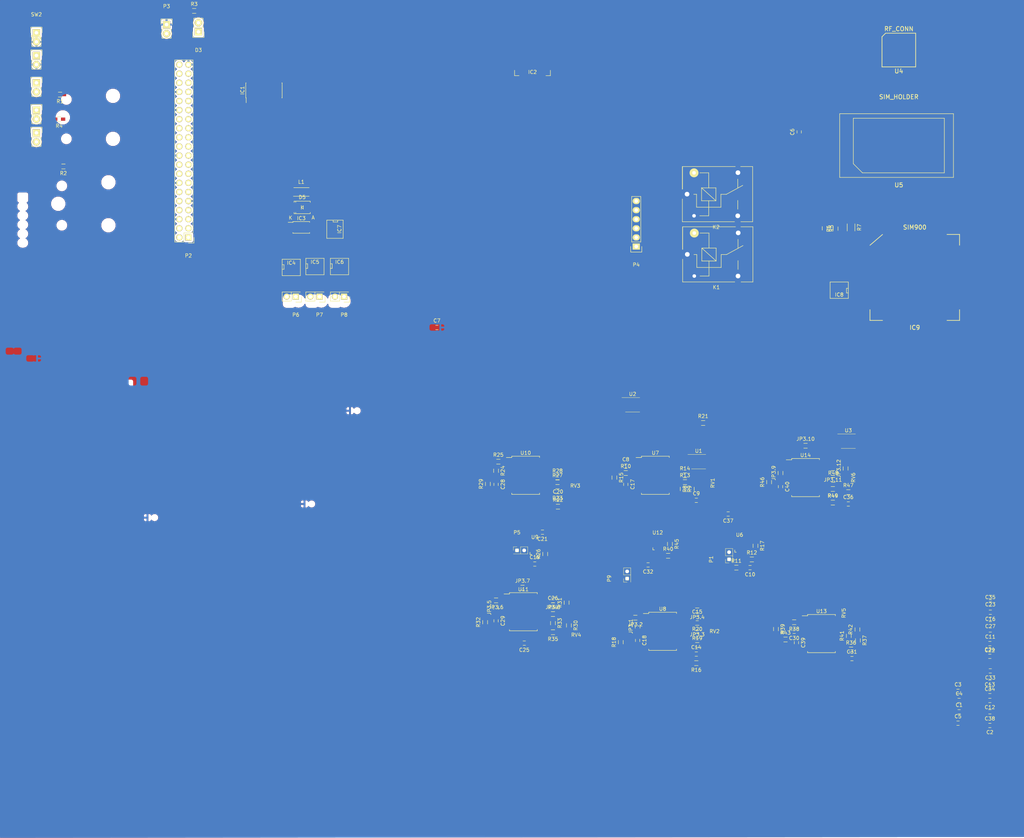
<source format=kicad_pcb>
(kicad_pcb (version 4) (host pcbnew 4.0.2-stable)
  (layers (0 F.Cu signal) (31 B.Cu signal) (34 B.Paste user) (35 F.Paste user) (36 B.SilkS user) (37 F.SilkS user) (38 B.Mask user) (39 F.Mask user) (44 Edge.Cuts user))
  (net 0 "")
  (net 1 +5V)
  (net 2 GND)
  (net 3 +3V3)
  (net 4 "Net-(C7-Pad1)")
  (net 5 "Net-(D1-Pad1)")
  (net 6 "Net-(D2-Pad1)")
  (net 7 "Net-(D2-Pad2)")
  (net 8 "Net-(D3-Pad1)")
  (net 9 "Net-(D3-Pad2)")
  (net 10 "Net-(D4-Pad1)")
  (net 11 "Net-(D4-Pad2)")
  (net 12 "Net-(D5-Pad1)")
  (net 13 LED0)
  (net 14 LED1)
  (net 15 GSM_LED0)
  (net 16 GSM_LED1)
  (net 17 RLY0)
  (net 18 RLY1)
  (net 19 GSM_PWR)
  (net 20 GSM_PKEY)
  (net 21 isense0)
  (net 22 isense1)
  (net 23 isense2)
  (net 24 string_out0)
  (net 25 string_in0)
  (net 26 string_out1)
  (net 27 string_in1)
  (net 28 string_out2)
  (net 29 string_in2)
  (net 30 SDA)
  (net 31 SCL)
  (net 32 TXD)
  (net 33 RXD)
  (net 34 BT1)
  (net 35 BT0)
  (net 36 "Net-(R6-Pad2)")
  (net 37 "Net-(R7-Pad1)")
  (net 38 "Net-(C6-Pad1)")
  (net 39 "Net-(C9-Pad1)")
  (net 40 "Net-(C10-Pad1)")
  (net 41 "Net-(C14-Pad1)")
  (net 42 "Net-(C15-Pad1)")
  (net 43 "Net-(C15-Pad2)")
  (net 44 "Net-(C17-Pad1)")
  (net 45 "Net-(C17-Pad2)")
  (net 46 "Net-(C18-Pad1)")
  (net 47 "Net-(C18-Pad2)")
  (net 48 "Net-(C20-Pad1)")
  (net 49 "Net-(C21-Pad1)")
  (net 50 "Net-(C25-Pad1)")
  (net 51 "Net-(C26-Pad1)")
  (net 52 "Net-(C26-Pad2)")
  (net 53 "Net-(C28-Pad1)")
  (net 54 "Net-(C28-Pad2)")
  (net 55 "Net-(C29-Pad1)")
  (net 56 "Net-(C29-Pad2)")
  (net 57 "Net-(C31-Pad1)")
  (net 58 "Net-(C32-Pad1)")
  (net 59 "Net-(C36-Pad1)")
  (net 60 "Net-(C37-Pad1)")
  (net 61 "Net-(C37-Pad2)")
  (net 62 "Net-(C39-Pad1)")
  (net 63 "Net-(C39-Pad2)")
  (net 64 "Net-(C40-Pad1)")
  (net 65 "Net-(C40-Pad2)")
  (net 66 "Net-(D1-Pad2)")
  (net 67 "Net-(IC3-Pad5)")
  (net 68 "Net-(IC3-Pad6)")
  (net 69 "Net-(IC8-Pad8)")
  (net 70 "Net-(IC8-Pad7)")
  (net 71 "Net-(IC8-Pad6)")
  (net 72 "Net-(IC9-Pad31)")
  (net 73 "Net-(IC9-Pad32)")
  (net 74 "Net-(IC9-Pad33)")
  (net 75 "Net-(IC9-Pad60)")
  (net 76 "Net-(JP3.1-Pad1)")
  (net 77 "Net-(JP3.2-Pad1)")
  (net 78 "Net-(JP3.3-Pad2)")
  (net 79 "Net-(JP3.4-Pad2)")
  (net 80 "Net-(JP3.5-Pad1)")
  (net 81 "Net-(JP3.6-Pad1)")
  (net 82 "Net-(JP3.7-Pad2)")
  (net 83 "Net-(JP3.8-Pad2)")
  (net 84 "Net-(JP3.9-Pad1)")
  (net 85 "Net-(JP3.10-Pad1)")
  (net 86 "Net-(JP3.11-Pad2)")
  (net 87 "Net-(JP3.12-Pad2)")
  (net 88 MUCLK)
  (net 89 IRQ0)
  (net 90 IRQ1)
  (net 91 IRQ2)
  (net 92 "Net-(R12-Pad2)")
  (net 93 "Net-(R13-Pad1)")
  (net 94 "Net-(R14-Pad1)")
  (net 95 "Net-(R14-Pad2)")
  (net 96 "Net-(R15-Pad2)")
  (net 97 "Net-(R18-Pad2)")
  (net 98 "Net-(R19-Pad1)")
  (net 99 "Net-(R20-Pad1)")
  (net 100 "Net-(R20-Pad2)")
  (net 101 "Net-(R26-Pad2)")
  (net 102 "Net-(R27-Pad1)")
  (net 103 "Net-(R28-Pad1)")
  (net 104 "Net-(R28-Pad2)")
  (net 105 "Net-(R29-Pad2)")
  (net 106 "Net-(R32-Pad2)")
  (net 107 "Net-(R33-Pad1)")
  (net 108 "Net-(R34-Pad1)")
  (net 109 "Net-(R34-Pad2)")
  (net 110 "Net-(R40-Pad2)")
  (net 111 "Net-(R41-Pad1)")
  (net 112 "Net-(R42-Pad1)")
  (net 113 "Net-(R42-Pad2)")
  (net 114 "Net-(R43-Pad2)")
  (net 115 "Net-(R46-Pad2)")
  (net 116 "Net-(R47-Pad1)")
  (net 117 "Net-(R48-Pad1)")
  (net 118 "Net-(R48-Pad2)")
  (net 119 "/FSK Module 1/coupling1")
  (net 120 "/FSK Module 2/coupling2")
  (net 121 "/FSK Module 3/coupling3")
  (net 122 "Net-(IC1-Pad11)")
  (net 123 "Net-(IC1-Pad12)")
  (net 124 "/FSK Module 1/JP1")
  (net 125 "/FSK Module 1/VCOin1")
  (net 126 "/FSK Module 2/JP2")
  (net 127 "/FSK Module 2/VCOin2")
  (net 128 "/FSK Module 3/JP3")
  (net 129 "/FSK Module 3/VCO3in")
  (net 130 "Net-(K1-Pad14)")
  (net 131 "Net-(K1-Pad12)")
  (net 132 "Net-(K1-Pad11)")
  (net 133 "Net-(K2-Pad14)")
  (net 134 "Net-(K2-Pad12)")
  (net 135 "Net-(K2-Pad11)")
  (net 136 "/FSK Module 1/outgoing1")
  (net 137 "/FSK Module 1/incoming1")
  (net 138 "/FSK Module 3/outgoing3")
  (net 139 "/FSK Module 3/incoming3")
  (net 140 "/FSK Module 2/outgoing2")
  (net 141 "/FSK Module 2/incoming2")
  (module SMD_Packages:SOIC-8-N (layer F.Cu) (at 94.742 74.422)
    (fp_text reference IC6 (at 0 -1.27) (layer F.SilkS))
    (fp_text value ACS723LLCTR-10AU-T)
    (pad 8 smd rect (at -1.905 -3.175) (size 0.508 1.143) (layers F.Cu F.Paste F.Mask) (net 1 +5V))
    (pad 7 smd rect (at -0.635 -3.175) (size 0.508 1.143) (layers F.Cu F.Paste F.Mask) (net 23 isense2))
    (pad 6 smd rect (at 0.635 -3.175) (size 0.508 1.143) (layers F.Cu F.Paste F.Mask) (net 1 +5V))
    (pad 5 smd rect (at 1.905 -3.175) (size 0.508 1.143) (layers F.Cu F.Paste F.Mask) (net 2 GND))
    (pad 4 smd rect (at 1.905 3.175) (size 0.508 1.143) (layers F.Cu F.Paste F.Mask) (net 28 string_out2))
    (pad 3 smd rect (at 0.635 3.175) (size 0.508 1.143) (layers F.Cu F.Paste F.Mask) (net 28 string_out2))
    (pad 2 smd rect (at -0.635 3.175) (size 0.508 1.143) (layers F.Cu F.Paste F.Mask) (net 29 string_in2))
    (pad 1 smd rect (at -1.905 3.175) (size 0.508 1.143) (layers F.Cu F.Paste F.Mask) (net 29 string_in2))
  )
  (module SMD_Packages:SOIC-8-N (layer F.Cu) (at 81.28 74.676)
    (fp_text reference IC4 (at 0 -1.27) (layer F.SilkS))
    (fp_text value ACS723LLCTR-10AU-T)
    (pad 8 smd rect (at -1.905 -3.175) (size 0.508 1.143) (layers F.Cu F.Paste F.Mask) (net 1 +5V))
    (pad 7 smd rect (at -0.635 -3.175) (size 0.508 1.143) (layers F.Cu F.Paste F.Mask) (net 21 isense0))
    (pad 6 smd rect (at 0.635 -3.175) (size 0.508 1.143) (layers F.Cu F.Paste F.Mask) (net 1 +5V))
    (pad 5 smd rect (at 1.905 -3.175) (size 0.508 1.143) (layers F.Cu F.Paste F.Mask) (net 2 GND))
    (pad 4 smd rect (at 1.905 3.175) (size 0.508 1.143) (layers F.Cu F.Paste F.Mask) (net 24 string_out0))
    (pad 3 smd rect (at 0.635 3.175) (size 0.508 1.143) (layers F.Cu F.Paste F.Mask) (net 24 string_out0))
    (pad 2 smd rect (at -0.635 3.175) (size 0.508 1.143) (layers F.Cu F.Paste F.Mask) (net 25 string_in0))
    (pad 1 smd rect (at -1.905 3.175) (size 0.508 1.143) (layers F.Cu F.Paste F.Mask) (net 25 string_in0))
  )
  (module Pin_Headers:Pin_Header_Straight_1x06 (layer F.Cu) (at 177.546 68.834 180)
    (fp_text reference P4 (at 0 -5.1 180) (layer F.SilkS))
    (fp_text value "RELAY CONNECTOR")
    (pad 1 thru_hole rect (at 0 0 180) (size 2.032 1.7272) (drill 1.016) (layers *.Cu *.Mask F.SilkS) (net 130 "Net-(K1-Pad14)"))
    (pad 2 thru_hole oval (at 0 2.54 180) (size 2.032 1.7272) (drill 1.016) (layers *.Cu *.Mask F.SilkS) (net 132 "Net-(K1-Pad11)"))
    (pad 3 thru_hole oval (at 0 5.08 180) (size 2.032 1.7272) (drill 1.016) (layers *.Cu *.Mask F.SilkS) (net 131 "Net-(K1-Pad12)"))
    (pad 4 thru_hole oval (at 0 7.62 180) (size 2.032 1.7272) (drill 1.016) (layers *.Cu *.Mask F.SilkS) (net 133 "Net-(K2-Pad14)"))
    (pad 5 thru_hole oval (at 0 10.16 180) (size 2.032 1.7272) (drill 1.016) (layers *.Cu *.Mask F.SilkS) (net 135 "Net-(K2-Pad11)"))
    (pad 6 thru_hole oval (at 0 12.7 180) (size 2.032 1.7272) (drill 1.016) (layers *.Cu *.Mask F.SilkS) (net 134 "Net-(K2-Pad12)"))
  )
  (module Capacitors_SMD:C_0603_HandSoldering (layer F.Cu) (at 267.65 198.755)
    (fp_text reference C1 (at 0 -1.9) (layer F.SilkS))
    (fp_text value CP_Small)
    (pad 1 smd rect (at -0.95 0) (size 1.2 0.75) (layers F.Cu F.Paste F.Mask) (net 1 +5V))
    (pad 2 smd rect (at 0.95 0) (size 1.2 0.75) (layers F.Cu F.Paste F.Mask) (net 2 GND))
  )
  (module Capacitors_SMD:C_0603_HandSoldering (layer F.Cu) (at 276.225 202.565 180)
    (fp_text reference C2 (at 0 -1.9 180) (layer F.SilkS))
    (fp_text value C_Small)
    (pad 1 smd rect (at -0.95 0 180) (size 1.2 0.75) (layers F.Cu F.Paste F.Mask) (net 3 +3V3))
    (pad 2 smd rect (at 0.95 0 180) (size 1.2 0.75) (layers F.Cu F.Paste F.Mask) (net 2 GND))
  )
  (module Capacitors_SMD:C_0603_HandSoldering (layer F.Cu) (at 267.335 193.04)
    (fp_text reference C3 (at 0 -1.9) (layer F.SilkS))
    (fp_text value "0.1 uF")
    (pad 1 smd rect (at -0.95 0) (size 1.2 0.75) (layers F.Cu F.Paste F.Mask) (net 1 +5V))
    (pad 2 smd rect (at 0.95 0) (size 1.2 0.75) (layers F.Cu F.Paste F.Mask) (net 2 GND))
  )
  (module Capacitors_SMD:C_0603_HandSoldering (layer F.Cu) (at 267.65 195.58)
    (fp_text reference C4 (at 0 -1.9) (layer F.SilkS))
    (fp_text value "0.1 uF")
    (pad 1 smd rect (at -0.95 0) (size 1.2 0.75) (layers F.Cu F.Paste F.Mask) (net 1 +5V))
    (pad 2 smd rect (at 0.95 0) (size 1.2 0.75) (layers F.Cu F.Paste F.Mask) (net 2 GND))
  )
  (module Capacitors_SMD:C_0603_HandSoldering (layer F.Cu) (at 267.335 201.93)
    (fp_text reference C5 (at 0 -1.9) (layer F.SilkS))
    (fp_text value "0.1 uF")
    (pad 1 smd rect (at -0.95 0) (size 1.2 0.75) (layers F.Cu F.Paste F.Mask) (net 1 +5V))
    (pad 2 smd rect (at 0.95 0) (size 1.2 0.75) (layers F.Cu F.Paste F.Mask) (net 2 GND))
  )
  (module Capacitors_SMD:C_0603_HandSoldering (layer F.Cu) (at 223.012 36.83 90)
    (fp_text reference C6 (at 0 -1.9 90) (layer F.SilkS))
    (fp_text value 22pF)
    (pad 1 smd rect (at -0.95 0 90) (size 1.2 0.75) (layers F.Cu F.Paste F.Mask) (net 38 "Net-(C6-Pad1)"))
    (pad 2 smd rect (at 0.95 0 90) (size 1.2 0.75) (layers F.Cu F.Paste F.Mask) (net 2 GND))
  )
  (module Capacitors_SMD:C_0603_HandSoldering (layer F.Cu) (at 121.92 91.44)
    (fp_text reference C7 (at 0 -1.9) (layer F.SilkS))
    (fp_text value 100nF)
    (pad 1 smd rect (at -0.95 0) (size 1.2 0.75) (layers F.Cu F.Paste F.Mask) (net 4 "Net-(C7-Pad1)"))
    (pad 2 smd rect (at 0.95 0) (size 1.2 0.75) (layers F.Cu F.Paste F.Mask) (net 2 GND))
  )
  (module Diodes_SMD:SMA_Handsoldering (layer F.Cu) (at 84.328 57.912)
    (fp_text reference D5 (at 0 -2.85) (layer F.SilkS))
    (fp_text value ZENERsmall)
    (fp_text user K (at -3.25 2.9) (layer F.SilkS))
    (fp_text user A (at 3.05 2.85) (layer F.SilkS))
    (pad 1 smd rect (at -2.49936 0) (size 3.50012 1.80086) (layers F.Cu F.Paste F.Mask) (net 12 "Net-(D5-Pad1)"))
    (pad 2 smd rect (at 2.49936 0) (size 3.50012 1.80086) (layers F.Cu F.Paste F.Mask) (net 2 GND))
  )
  (module Pin_Headers:Pin_Header_Straight_1x02 (layer F.Cu) (at 10.16 23.114)
    (fp_text reference D1 (at 0 -5.1) (layer F.SilkS))
    (fp_text value Led_Small)
    (pad 1 thru_hole rect (at 0 0) (size 2.032 2.032) (drill 1.016) (layers *.Cu *.Mask F.SilkS) (net 5 "Net-(D1-Pad1)"))
    (pad 2 thru_hole oval (at 0 2.54) (size 2.032 2.032) (drill 1.016) (layers *.Cu *.Mask F.SilkS) (net 66 "Net-(D1-Pad2)"))
  )
  (module Pin_Headers:Pin_Header_Straight_1x02 (layer F.Cu) (at 10.16 37.084)
    (fp_text reference D2 (at 0 -5.1) (layer F.SilkS))
    (fp_text value Led_Small)
    (pad 1 thru_hole rect (at 0 0) (size 2.032 2.032) (drill 1.016) (layers *.Cu *.Mask F.SilkS) (net 6 "Net-(D2-Pad1)"))
    (pad 2 thru_hole oval (at 0 2.54) (size 2.032 2.032) (drill 1.016) (layers *.Cu *.Mask F.SilkS) (net 7 "Net-(D2-Pad2)"))
  )
  (module Pin_Headers:Pin_Header_Straight_1x02 (layer F.Cu) (at 55.372 8.89 180)
    (fp_text reference D3 (at 0 -5.1 180) (layer F.SilkS))
    (fp_text value Led_Small)
    (pad 1 thru_hole rect (at 0 0 180) (size 2.032 2.032) (drill 1.016) (layers *.Cu *.Mask F.SilkS) (net 8 "Net-(D3-Pad1)"))
    (pad 2 thru_hole oval (at 0 2.54 180) (size 2.032 2.032) (drill 1.016) (layers *.Cu *.Mask F.SilkS) (net 9 "Net-(D3-Pad2)"))
  )
  (module Pin_Headers:Pin_Header_Straight_1x02 (layer F.Cu) (at 10.16 30.734)
    (fp_text reference D4 (at 0 -5.1) (layer F.SilkS))
    (fp_text value Led_Small)
    (pad 1 thru_hole rect (at 0 0) (size 2.032 2.032) (drill 1.016) (layers *.Cu *.Mask F.SilkS) (net 10 "Net-(D4-Pad1)"))
    (pad 2 thru_hole oval (at 0 2.54) (size 2.032 2.032) (drill 1.016) (layers *.Cu *.Mask F.SilkS) (net 11 "Net-(D4-Pad2)"))
  )
  (module TO_SOT_Packages_SMD:TO-263-5Lead (layer F.Cu) (at 148.59 23.628 90)
    (fp_text reference IC2 (at 3.5 0 180) (layer F.SilkS))
    (fp_text value LM2596-3.3)
    (pad 5 smd rect (at 0 3.4 90) (size 4.6 1.1) (layers F.Cu F.Paste F.Mask) (net 2 GND))
    (pad 4 smd rect (at 0 1.7 90) (size 4.6 1.1) (layers F.Cu F.Paste F.Mask) (net 3 +3V3))
    (pad 2 smd rect (at 0 -1.7 90) (size 4.6 1.1) (layers F.Cu F.Paste F.Mask) (net 12 "Net-(D5-Pad1)"))
    (pad 3 smd rect (at 9.15 0 90) (size 9.4 10.8) (layers F.Cu F.Paste F.Mask) (net 2 GND))
    (pad 3 smd rect (at 0 0 90) (size 4.6 1.1) (layers F.Cu F.Paste F.Mask) (net 2 GND))
    (pad 1 smd rect (at 0 -3.4 90) (size 4.6 1.1) (layers F.Cu F.Paste F.Mask) (net 1 +5V))
  )
  (module Housings_SOIC:SOIC-16_3.9x9.9mm_Pitch1.27mm (layer F.Cu) (at 73.66 25.24 90)
    (fp_text reference IC1 (at 0 -6 90) (layer F.SilkS))
    (fp_text value ULN2003A)
    (pad 1 smd rect (at -2.7 -4.445 90) (size 1.5 0.6) (layers F.Cu F.Paste F.Mask) (net 13 LED0))
    (pad 2 smd rect (at -2.7 -3.175 90) (size 1.5 0.6) (layers F.Cu F.Paste F.Mask) (net 14 LED1))
    (pad 3 smd rect (at -2.7 -1.905 90) (size 1.5 0.6) (layers F.Cu F.Paste F.Mask) (net 15 GSM_LED0))
    (pad 4 smd rect (at -2.7 -0.635 90) (size 1.5 0.6) (layers F.Cu F.Paste F.Mask) (net 16 GSM_LED1))
    (pad 5 smd rect (at -2.7 0.635 90) (size 1.5 0.6) (layers F.Cu F.Paste F.Mask) (net 17 RLY0))
    (pad 6 smd rect (at -2.7 1.905 90) (size 1.5 0.6) (layers F.Cu F.Paste F.Mask) (net 18 RLY1))
    (pad 7 smd rect (at -2.7 3.175 90) (size 1.5 0.6) (layers F.Cu F.Paste F.Mask) (net 19 GSM_PWR))
    (pad 8 smd rect (at -2.7 4.445 90) (size 1.5 0.6) (layers F.Cu F.Paste F.Mask) (net 2 GND))
    (pad 9 smd rect (at 2.7 4.445 90) (size 1.5 0.6) (layers F.Cu F.Paste F.Mask) (net 1 +5V))
    (pad 10 smd rect (at 2.7 3.175 90) (size 1.5 0.6) (layers F.Cu F.Paste F.Mask) (net 20 GSM_PKEY))
    (pad 11 smd rect (at 2.7 1.905 90) (size 1.5 0.6) (layers F.Cu F.Paste F.Mask) (net 122 "Net-(IC1-Pad11)"))
    (pad 12 smd rect (at 2.7 0.635 90) (size 1.5 0.6) (layers F.Cu F.Paste F.Mask) (net 123 "Net-(IC1-Pad12)"))
    (pad 13 smd rect (at 2.7 -0.635 90) (size 1.5 0.6) (layers F.Cu F.Paste F.Mask) (net 10 "Net-(D4-Pad1)"))
    (pad 14 smd rect (at 2.7 -1.905 90) (size 1.5 0.6) (layers F.Cu F.Paste F.Mask) (net 8 "Net-(D3-Pad1)"))
    (pad 15 smd rect (at 2.7 -3.175 90) (size 1.5 0.6) (layers F.Cu F.Paste F.Mask) (net 6 "Net-(D2-Pad1)"))
    (pad 16 smd rect (at 2.7 -4.445 90) (size 1.5 0.6) (layers F.Cu F.Paste F.Mask) (net 5 "Net-(D1-Pad1)"))
  )
  (module SMD_Packages:SOIC-8-N (layer F.Cu) (at 87.884 74.422)
    (fp_text reference IC5 (at 0 -1.27) (layer F.SilkS))
    (fp_text value ACS723LLCTR-10AU-T)
    (pad 8 smd rect (at -1.905 -3.175) (size 0.508 1.143) (layers F.Cu F.Paste F.Mask) (net 1 +5V))
    (pad 7 smd rect (at -0.635 -3.175) (size 0.508 1.143) (layers F.Cu F.Paste F.Mask) (net 22 isense1))
    (pad 6 smd rect (at 0.635 -3.175) (size 0.508 1.143) (layers F.Cu F.Paste F.Mask) (net 1 +5V))
    (pad 5 smd rect (at 1.905 -3.175) (size 0.508 1.143) (layers F.Cu F.Paste F.Mask) (net 2 GND))
    (pad 4 smd rect (at 1.905 3.175) (size 0.508 1.143) (layers F.Cu F.Paste F.Mask) (net 26 string_out1))
    (pad 3 smd rect (at 0.635 3.175) (size 0.508 1.143) (layers F.Cu F.Paste F.Mask) (net 26 string_out1))
    (pad 2 smd rect (at -0.635 3.175) (size 0.508 1.143) (layers F.Cu F.Paste F.Mask) (net 27 string_in1))
    (pad 1 smd rect (at -1.905 3.175) (size 0.508 1.143) (layers F.Cu F.Paste F.Mask) (net 27 string_in1))
  )
  (module SMD_Packages:SOIC-8-N (layer F.Cu) (at 93.472 64.008 270)
    (fp_text reference IC7 (at 0 -1.27 270) (layer F.SilkS))
    (fp_text value NLSX4373)
    (pad 8 smd rect (at -1.905 -3.175 270) (size 0.508 1.143) (layers F.Cu F.Paste F.Mask) (net 3 +3V3))
    (pad 7 smd rect (at -0.635 -3.175 270) (size 0.508 1.143) (layers F.Cu F.Paste F.Mask) (net 30 SDA))
    (pad 6 smd rect (at 0.635 -3.175 270) (size 0.508 1.143) (layers F.Cu F.Paste F.Mask) (net 31 SCL))
    (pad 5 smd rect (at 1.905 -3.175 270) (size 0.508 1.143) (layers F.Cu F.Paste F.Mask) (net 1 +5V))
    (pad 4 smd rect (at 1.905 3.175 270) (size 0.508 1.143) (layers F.Cu F.Paste F.Mask) (net 2 GND))
    (pad 3 smd rect (at 0.635 3.175 270) (size 0.508 1.143) (layers F.Cu F.Paste F.Mask) (net 67 "Net-(IC3-Pad5)"))
    (pad 2 smd rect (at -0.635 3.175 270) (size 0.508 1.143) (layers F.Cu F.Paste F.Mask) (net 68 "Net-(IC3-Pad6)"))
    (pad 1 smd rect (at -1.905 3.175 270) (size 0.508 1.143) (layers F.Cu F.Paste F.Mask) (net 1 +5V))
  )
  (module SMD_Packages:SOIC-8-N (layer F.Cu) (at 234.188 81.026 180)
    (fp_text reference IC8 (at 0 -1.27 180) (layer F.SilkS))
    (fp_text value NLSX4373)
    (pad 8 smd rect (at -1.905 -3.175 180) (size 0.508 1.143) (layers F.Cu F.Paste F.Mask) (net 69 "Net-(IC8-Pad8)"))
    (pad 7 smd rect (at -0.635 -3.175 180) (size 0.508 1.143) (layers F.Cu F.Paste F.Mask) (net 70 "Net-(IC8-Pad7)"))
    (pad 6 smd rect (at 0.635 -3.175 180) (size 0.508 1.143) (layers F.Cu F.Paste F.Mask) (net 71 "Net-(IC8-Pad6)"))
    (pad 5 smd rect (at 1.905 -3.175 180) (size 0.508 1.143) (layers F.Cu F.Paste F.Mask) (net 3 +3V3))
    (pad 4 smd rect (at 1.905 3.175 180) (size 0.508 1.143) (layers F.Cu F.Paste F.Mask) (net 2 GND))
    (pad 3 smd rect (at 0.635 3.175 180) (size 0.508 1.143) (layers F.Cu F.Paste F.Mask) (net 32 TXD))
    (pad 2 smd rect (at -0.635 3.175 180) (size 0.508 1.143) (layers F.Cu F.Paste F.Mask) (net 33 RXD))
    (pad 1 smd rect (at -1.905 3.175 180) (size 0.508 1.143) (layers F.Cu F.Paste F.Mask) (net 3 +3V3))
  )
  (module "gsm:QFP 68" (layer F.Cu) (at 255.27 77.47)
    (fp_text reference IC9 (at 0 14) (layer F.SilkS) (effects (font (size 1.2 1.2) (thickness 0.2))))
    (fp_text value SIM900 (at 0 -14) (layer F.SilkS) (effects (font (size 1.2 1.2) (thickness 0.2))))
    (pad 1 smd oval (at -12 -8) (size 1.6 0.6) (layers F.Cu F.Paste F.Mask) (net 20 GSM_PKEY))
    (pad 2 smd oval (at -12 -7) (size 1.6 0.6) (layers F.Cu F.Paste F.Mask))
    (pad 3 smd oval (at -12 -6) (size 1.6 0.6) (layers F.Cu F.Paste F.Mask))
    (pad 4 smd oval (at -12 -5) (size 1.6 0.6) (layers F.Cu F.Paste F.Mask))
    (pad 5 smd oval (at -12 -4) (size 1.6 0.6) (layers F.Cu F.Paste F.Mask))
    (pad 6 smd oval (at -12 -3) (size 1.6 0.6) (layers F.Cu F.Paste F.Mask))
    (pad 7 smd oval (at -12 -2) (size 1.6 0.6) (layers F.Cu F.Paste F.Mask))
    (pad 8 smd oval (at -12 -1) (size 1.6 0.6) (layers F.Cu F.Paste F.Mask))
    (pad 9 smd oval (at -12 0) (size 1.6 0.6) (layers F.Cu F.Paste F.Mask) (net 70 "Net-(IC8-Pad7)"))
    (pad 10 smd oval (at -12 1) (size 1.6 0.6) (layers F.Cu F.Paste F.Mask) (net 71 "Net-(IC8-Pad6)"))
    (pad 11 smd oval (at -12 2) (size 1.6 0.6) (layers F.Cu F.Paste F.Mask))
    (pad 12 smd oval (at -12 3) (size 1.6 0.6) (layers F.Cu F.Paste F.Mask))
    (pad 13 smd oval (at -12 4) (size 1.6 0.6) (layers F.Cu F.Paste F.Mask))
    (pad 14 smd oval (at -12 5) (size 1.6 0.6) (layers F.Cu F.Paste F.Mask))
    (pad 15 smd oval (at -12 6) (size 1.6 0.6) (layers F.Cu F.Paste F.Mask) (net 69 "Net-(IC8-Pad8)"))
    (pad 16 smd oval (at -12 7) (size 1.6 0.6) (layers F.Cu F.Paste F.Mask))
    (pad 17 smd oval (at -12 8) (size 1.6 0.6) (layers F.Cu F.Paste F.Mask) (net 2 GND))
    (pad 18 smd oval (at -8 12) (size 0.6 1.6) (layers F.Cu F.Paste F.Mask) (net 2 GND))
    (pad 19 smd oval (at -7 12) (size 0.6 1.6) (layers F.Cu F.Paste F.Mask))
    (pad 20 smd oval (at -6 12) (size 0.6 1.6) (layers F.Cu F.Paste F.Mask))
    (pad 21 smd oval (at -5 12) (size 0.6 1.6) (layers F.Cu F.Paste F.Mask))
    (pad 22 smd oval (at -4 12) (size 0.6 1.6) (layers F.Cu F.Paste F.Mask))
    (pad 23 smd oval (at -3 12) (size 0.6 1.6) (layers F.Cu F.Paste F.Mask))
    (pad 24 smd oval (at -2 12) (size 0.6 1.6) (layers F.Cu F.Paste F.Mask))
    (pad 25 smd oval (at -1 12) (size 0.6 1.6) (layers F.Cu F.Paste F.Mask))
    (pad 26 smd oval (at 0 12) (size 0.6 1.6) (layers F.Cu F.Paste F.Mask))
    (pad 27 smd oval (at 1 12) (size 0.6 1.6) (layers F.Cu F.Paste F.Mask))
    (pad 28 smd oval (at 2 12) (size 0.6 1.6) (layers F.Cu F.Paste F.Mask))
    (pad 29 smd oval (at 3 12) (size 0.6 1.6) (layers F.Cu F.Paste F.Mask) (net 2 GND))
    (pad 30 smd oval (at 4 12) (size 0.6 1.6) (layers F.Cu F.Paste F.Mask) (net 4 "Net-(C7-Pad1)"))
    (pad 31 smd oval (at 5 12) (size 0.6 1.6) (layers F.Cu F.Paste F.Mask) (net 72 "Net-(IC9-Pad31)"))
    (pad 32 smd oval (at 6 12) (size 0.6 1.6) (layers F.Cu F.Paste F.Mask) (net 73 "Net-(IC9-Pad32)"))
    (pad 33 smd oval (at 7 12) (size 0.6 1.6) (layers F.Cu F.Paste F.Mask) (net 74 "Net-(IC9-Pad33)"))
    (pad 34 smd oval (at 8 12) (size 0.6 1.6) (layers F.Cu F.Paste F.Mask))
    (pad 35 smd oval (at 12 8) (size 1.6 0.6) (layers F.Cu F.Paste F.Mask))
    (pad 36 smd oval (at 12 7) (size 1.6 0.6) (layers F.Cu F.Paste F.Mask))
    (pad 37 smd oval (at 12 6) (size 1.6 0.6) (layers F.Cu F.Paste F.Mask))
    (pad 38 smd oval (at 12 5) (size 1.6 0.6) (layers F.Cu F.Paste F.Mask))
    (pad 39 smd oval (at 12 4) (size 1.6 0.6) (layers F.Cu F.Paste F.Mask) (net 2 GND))
    (pad 40 smd oval (at 12 3) (size 1.6 0.6) (layers F.Cu F.Paste F.Mask))
    (pad 41 smd oval (at 12 2) (size 1.6 0.6) (layers F.Cu F.Paste F.Mask))
    (pad 42 smd oval (at 12 1) (size 1.6 0.6) (layers F.Cu F.Paste F.Mask))
    (pad 43 smd oval (at 12 0) (size 1.6 0.6) (layers F.Cu F.Paste F.Mask))
    (pad 44 smd oval (at 12 -1) (size 1.6 0.6) (layers F.Cu F.Paste F.Mask))
    (pad 45 smd oval (at 12 -2) (size 1.6 0.6) (layers F.Cu F.Paste F.Mask) (net 2 GND))
    (pad 46 smd oval (at 12 -3) (size 1.6 0.6) (layers F.Cu F.Paste F.Mask) (net 2 GND))
    (pad 47 smd oval (at 12 -4) (size 1.6 0.6) (layers F.Cu F.Paste F.Mask))
    (pad 48 smd oval (at 12 -5) (size 1.6 0.6) (layers F.Cu F.Paste F.Mask))
    (pad 49 smd oval (at 12 -6) (size 1.6 0.6) (layers F.Cu F.Paste F.Mask))
    (pad 50 smd oval (at 12 -7) (size 1.6 0.6) (layers F.Cu F.Paste F.Mask))
    (pad 51 smd oval (at 12 -8) (size 1.6 0.6) (layers F.Cu F.Paste F.Mask))
    (pad 52 smd oval (at 8 -12) (size 0.6 1.6) (layers F.Cu F.Paste F.Mask) (net 16 GSM_LED1))
    (pad 53 smd oval (at 7 -12) (size 0.6 1.6) (layers F.Cu F.Paste F.Mask) (net 2 GND))
    (pad 54 smd oval (at 6 -12) (size 0.6 1.6) (layers F.Cu F.Paste F.Mask) (net 2 GND))
    (pad 55 smd oval (at 5 -12) (size 0.6 1.6) (layers F.Cu F.Paste F.Mask) (net 3 +3V3))
    (pad 56 smd oval (at 4 -12) (size 0.6 1.6) (layers F.Cu F.Paste F.Mask) (net 3 +3V3))
    (pad 57 smd oval (at 3 -12) (size 0.6 1.6) (layers F.Cu F.Paste F.Mask) (net 3 +3V3))
    (pad 58 smd oval (at 2 -12) (size 0.6 1.6) (layers F.Cu F.Paste F.Mask) (net 2 GND))
    (pad 59 smd oval (at 1 -12) (size 0.6 1.6) (layers F.Cu F.Paste F.Mask) (net 2 GND))
    (pad 60 smd oval (at 0 -12) (size 0.6 1.6) (layers F.Cu F.Paste F.Mask) (net 75 "Net-(IC9-Pad60)"))
    (pad 61 smd oval (at -1 -12) (size 0.6 1.6) (layers F.Cu F.Paste F.Mask) (net 2 GND))
    (pad 62 smd oval (at -2 -12) (size 0.6 1.6) (layers F.Cu F.Paste F.Mask) (net 2 GND))
    (pad 63 smd oval (at -3 -12) (size 0.6 1.6) (layers F.Cu F.Paste F.Mask) (net 2 GND))
    (pad 64 smd oval (at -4 -12) (size 0.6 1.6) (layers F.Cu F.Paste F.Mask) (net 2 GND))
    (pad 65 smd oval (at -5 -12) (size 0.6 1.6) (layers F.Cu F.Paste F.Mask) (net 2 GND))
    (pad 66 smd oval (at -6 -12) (size 0.6 1.6) (layers F.Cu F.Paste F.Mask) (net 15 GSM_LED0))
    (pad 67 smd oval (at -7 -12) (size 0.6 1.6) (layers F.Cu F.Paste F.Mask))
    (pad 68 smd oval (at -8 -12) (size 0.6 1.6) (layers F.Cu F.Paste F.Mask))
  )
  (module Inductors_NEOSID:Neosid_Inductor_SM1206 (layer F.Cu) (at 84.074 53.594)
    (fp_text reference L1 (at 0 -2.79908) (layer F.SilkS))
    (fp_text value INDUCTOR_Small)
    (pad 2 smd rect (at 1.6256 0) (size 1.15062 1.39954) (layers F.Cu F.Paste F.Mask) (net 3 +3V3))
    (pad 1 smd rect (at -1.6256 0) (size 1.15062 1.39954) (layers F.Cu F.Paste F.Mask) (net 12 "Net-(D5-Pad1)"))
  )
  (module Pin_Headers:Pin_Header_Straight_2x20 (layer F.Cu) (at 52.578 66.294 180)
    (fp_text reference P2 (at 0 -5.1 180) (layer F.SilkS))
    (fp_text value RASPI-CONNECT)
    (pad 1 thru_hole rect (at 0 0 180) (size 1.7272 1.7272) (drill 1.016) (layers *.Cu *.Mask F.SilkS) (net 3 +3V3))
    (pad 2 thru_hole oval (at 2.54 0 180) (size 1.7272 1.7272) (drill 1.016) (layers *.Cu *.Mask F.SilkS) (net 1 +5V))
    (pad 3 thru_hole oval (at 0 2.54 180) (size 1.7272 1.7272) (drill 1.016) (layers *.Cu *.Mask F.SilkS))
    (pad 4 thru_hole oval (at 2.54 2.54 180) (size 1.7272 1.7272) (drill 1.016) (layers *.Cu *.Mask F.SilkS) (net 1 +5V))
    (pad 5 thru_hole oval (at 0 5.08 180) (size 1.7272 1.7272) (drill 1.016) (layers *.Cu *.Mask F.SilkS))
    (pad 6 thru_hole oval (at 2.54 5.08 180) (size 1.7272 1.7272) (drill 1.016) (layers *.Cu *.Mask F.SilkS) (net 2 GND))
    (pad 7 thru_hole oval (at 0 7.62 180) (size 1.7272 1.7272) (drill 1.016) (layers *.Cu *.Mask F.SilkS) (net 88 MUCLK))
    (pad 8 thru_hole oval (at 2.54 7.62 180) (size 1.7272 1.7272) (drill 1.016) (layers *.Cu *.Mask F.SilkS) (net 32 TXD))
    (pad 9 thru_hole oval (at 0 10.16 180) (size 1.7272 1.7272) (drill 1.016) (layers *.Cu *.Mask F.SilkS) (net 2 GND))
    (pad 10 thru_hole oval (at 2.54 10.16 180) (size 1.7272 1.7272) (drill 1.016) (layers *.Cu *.Mask F.SilkS) (net 33 RXD))
    (pad 11 thru_hole oval (at 0 12.7 180) (size 1.7272 1.7272) (drill 1.016) (layers *.Cu *.Mask F.SilkS))
    (pad 12 thru_hole oval (at 2.54 12.7 180) (size 1.7272 1.7272) (drill 1.016) (layers *.Cu *.Mask F.SilkS) (net 89 IRQ0))
    (pad 13 thru_hole oval (at 0 15.24 180) (size 1.7272 1.7272) (drill 1.016) (layers *.Cu *.Mask F.SilkS))
    (pad 14 thru_hole oval (at 2.54 15.24 180) (size 1.7272 1.7272) (drill 1.016) (layers *.Cu *.Mask F.SilkS) (net 2 GND))
    (pad 15 thru_hole oval (at 0 17.78 180) (size 1.7272 1.7272) (drill 1.016) (layers *.Cu *.Mask F.SilkS))
    (pad 16 thru_hole oval (at 2.54 17.78 180) (size 1.7272 1.7272) (drill 1.016) (layers *.Cu *.Mask F.SilkS) (net 90 IRQ1))
    (pad 17 thru_hole oval (at 0 20.32 180) (size 1.7272 1.7272) (drill 1.016) (layers *.Cu *.Mask F.SilkS) (net 3 +3V3))
    (pad 18 thru_hole oval (at 2.54 20.32 180) (size 1.7272 1.7272) (drill 1.016) (layers *.Cu *.Mask F.SilkS) (net 91 IRQ2))
    (pad 19 thru_hole oval (at 0 22.86 180) (size 1.7272 1.7272) (drill 1.016) (layers *.Cu *.Mask F.SilkS))
    (pad 20 thru_hole oval (at 2.54 22.86 180) (size 1.7272 1.7272) (drill 1.016) (layers *.Cu *.Mask F.SilkS) (net 2 GND))
    (pad 21 thru_hole oval (at 0 25.4 180) (size 1.7272 1.7272) (drill 1.016) (layers *.Cu *.Mask F.SilkS))
    (pad 22 thru_hole oval (at 2.54 25.4 180) (size 1.7272 1.7272) (drill 1.016) (layers *.Cu *.Mask F.SilkS))
    (pad 23 thru_hole oval (at 0 27.94 180) (size 1.7272 1.7272) (drill 1.016) (layers *.Cu *.Mask F.SilkS))
    (pad 24 thru_hole oval (at 2.54 27.94 180) (size 1.7272 1.7272) (drill 1.016) (layers *.Cu *.Mask F.SilkS))
    (pad 25 thru_hole oval (at 0 30.48 180) (size 1.7272 1.7272) (drill 1.016) (layers *.Cu *.Mask F.SilkS) (net 2 GND))
    (pad 26 thru_hole oval (at 2.54 30.48 180) (size 1.7272 1.7272) (drill 1.016) (layers *.Cu *.Mask F.SilkS))
    (pad 27 thru_hole oval (at 0 33.02 180) (size 1.7272 1.7272) (drill 1.016) (layers *.Cu *.Mask F.SilkS) (net 30 SDA))
    (pad 28 thru_hole oval (at 2.54 33.02 180) (size 1.7272 1.7272) (drill 1.016) (layers *.Cu *.Mask F.SilkS) (net 31 SCL))
    (pad 29 thru_hole oval (at 0 35.56 180) (size 1.7272 1.7272) (drill 1.016) (layers *.Cu *.Mask F.SilkS) (net 19 GSM_PWR))
    (pad 30 thru_hole oval (at 2.54 35.56 180) (size 1.7272 1.7272) (drill 1.016) (layers *.Cu *.Mask F.SilkS) (net 2 GND))
    (pad 31 thru_hole oval (at 0 38.1 180) (size 1.7272 1.7272) (drill 1.016) (layers *.Cu *.Mask F.SilkS) (net 17 RLY0))
    (pad 32 thru_hole oval (at 2.54 38.1 180) (size 1.7272 1.7272) (drill 1.016) (layers *.Cu *.Mask F.SilkS))
    (pad 33 thru_hole oval (at 0 40.64 180) (size 1.7272 1.7272) (drill 1.016) (layers *.Cu *.Mask F.SilkS) (net 18 RLY1))
    (pad 34 thru_hole oval (at 2.54 40.64 180) (size 1.7272 1.7272) (drill 1.016) (layers *.Cu *.Mask F.SilkS) (net 2 GND))
    (pad 35 thru_hole oval (at 0 43.18 180) (size 1.7272 1.7272) (drill 1.016) (layers *.Cu *.Mask F.SilkS) (net 13 LED0))
    (pad 36 thru_hole oval (at 2.54 43.18 180) (size 1.7272 1.7272) (drill 1.016) (layers *.Cu *.Mask F.SilkS))
    (pad 37 thru_hole oval (at 0 45.72 180) (size 1.7272 1.7272) (drill 1.016) (layers *.Cu *.Mask F.SilkS) (net 14 LED1))
    (pad 38 thru_hole oval (at 2.54 45.72 180) (size 1.7272 1.7272) (drill 1.016) (layers *.Cu *.Mask F.SilkS) (net 34 BT1))
    (pad 39 thru_hole oval (at 0 48.26 180) (size 1.7272 1.7272) (drill 1.016) (layers *.Cu *.Mask F.SilkS) (net 2 GND))
    (pad 40 thru_hole oval (at 2.54 48.26 180) (size 1.7272 1.7272) (drill 1.016) (layers *.Cu *.Mask F.SilkS) (net 35 BT0))
  )
  (module Pin_Headers:Pin_Header_Straight_1x02 (layer F.Cu) (at 46.482 6.858)
    (fp_text reference P3 (at 0 -5.1) (layer F.SilkS))
    (fp_text value POWER)
    (pad 1 thru_hole rect (at 0 0) (size 2.032 2.032) (drill 1.016) (layers *.Cu *.Mask F.SilkS) (net 2 GND))
    (pad 2 thru_hole oval (at 0 2.54) (size 2.032 2.032) (drill 1.016) (layers *.Cu *.Mask F.SilkS) (net 1 +5V))
  )
  (module Resistors_SMD:R_0603_HandSoldering (layer F.Cu) (at 16.764 26.416 180)
    (fp_text reference R1 (at 0 -1.9 180) (layer F.SilkS))
    (fp_text value R_Small)
    (pad 1 smd rect (at -1.1 0 180) (size 1.2 0.9) (layers F.Cu F.Paste F.Mask) (net 1 +5V))
    (pad 2 smd rect (at 1.1 0 180) (size 1.2 0.9) (layers F.Cu F.Paste F.Mask) (net 66 "Net-(D1-Pad2)"))
  )
  (module Resistors_SMD:R_0603_HandSoldering (layer F.Cu) (at 17.696 46.482 180)
    (fp_text reference R2 (at 0 -1.9 180) (layer F.SilkS))
    (fp_text value R_Small)
    (pad 1 smd rect (at -1.1 0 180) (size 1.2 0.9) (layers F.Cu F.Paste F.Mask) (net 1 +5V))
    (pad 2 smd rect (at 1.1 0 180) (size 1.2 0.9) (layers F.Cu F.Paste F.Mask) (net 7 "Net-(D2-Pad2)"))
  )
  (module Resistors_SMD:R_0603_HandSoldering (layer F.Cu) (at 54.186 3.048)
    (fp_text reference R3 (at 0 -1.9) (layer F.SilkS))
    (fp_text value R_Small)
    (pad 1 smd rect (at -1.1 0) (size 1.2 0.9) (layers F.Cu F.Paste F.Mask) (net 1 +5V))
    (pad 2 smd rect (at 1.1 0) (size 1.2 0.9) (layers F.Cu F.Paste F.Mask) (net 9 "Net-(D3-Pad2)"))
  )
  (module Resistors_SMD:R_0603_HandSoldering (layer F.Cu) (at 16.51 33.274 180)
    (fp_text reference R4 (at 0 -1.9 180) (layer F.SilkS))
    (fp_text value R_Small)
    (pad 1 smd rect (at -1.1 0 180) (size 1.2 0.9) (layers F.Cu F.Paste F.Mask) (net 1 +5V))
    (pad 2 smd rect (at 1.1 0 180) (size 1.2 0.9) (layers F.Cu F.Paste F.Mask) (net 11 "Net-(D4-Pad2)"))
  )
  (module Resistors_SMD:R_0603_HandSoldering (layer F.Cu) (at 230.124 63.754 270)
    (fp_text reference R5 (at 0 -1.9 270) (layer F.SilkS))
    (fp_text value 22)
    (pad 1 smd rect (at -1.1 0 270) (size 1.2 0.9) (layers F.Cu F.Paste F.Mask) (net 38 "Net-(C6-Pad1)"))
    (pad 2 smd rect (at 1.1 0 270) (size 1.2 0.9) (layers F.Cu F.Paste F.Mask) (net 72 "Net-(IC9-Pad31)"))
  )
  (module Resistors_SMD:R_0603_HandSoldering (layer F.Cu) (at 233.172 63.838 90)
    (fp_text reference R6 (at 0 -1.9 90) (layer F.SilkS))
    (fp_text value 22)
    (pad 1 smd rect (at -1.1 0 90) (size 1.2 0.9) (layers F.Cu F.Paste F.Mask) (net 73 "Net-(IC9-Pad32)"))
    (pad 2 smd rect (at 1.1 0 90) (size 1.2 0.9) (layers F.Cu F.Paste F.Mask) (net 36 "Net-(R6-Pad2)"))
  )
  (module Resistors_SMD:R_1206_HandSoldering (layer F.Cu) (at 237.49 63.5 270)
    (fp_text reference R7 (at 0 -2.3 270) (layer F.SilkS))
    (fp_text value 22)
    (pad 1 smd rect (at -2 0 270) (size 2 1.7) (layers F.Cu F.Paste F.Mask) (net 37 "Net-(R7-Pad1)"))
    (pad 2 smd rect (at 2 0 270) (size 2 1.7) (layers F.Cu F.Paste F.Mask) (net 74 "Net-(IC9-Pad33)"))
  )
  (module Pin_Headers:Pin_Header_Straight_1x02 (layer F.Cu) (at 10.16 15.494)
    (fp_text reference SW1 (at 0 -5.1) (layer F.SilkS))
    (fp_text value SW_PUSH)
    (pad 1 thru_hole rect (at 0 0) (size 2.032 2.032) (drill 1.016) (layers *.Cu *.Mask F.SilkS) (net 35 BT0))
    (pad 2 thru_hole oval (at 0 2.54) (size 2.032 2.032) (drill 1.016) (layers *.Cu *.Mask F.SilkS) (net 2 GND))
  )
  (module Pin_Headers:Pin_Header_Straight_1x02 (layer F.Cu) (at 10.16 9.144)
    (fp_text reference SW2 (at 0 -5.1) (layer F.SilkS))
    (fp_text value SW_PUSH)
    (pad 1 thru_hole rect (at 0 0) (size 2.032 2.032) (drill 1.016) (layers *.Cu *.Mask F.SilkS) (net 34 BT1))
    (pad 2 thru_hole oval (at 0 2.54) (size 2.032 2.032) (drill 1.016) (layers *.Cu *.Mask F.SilkS) (net 2 GND))
  )
  (module gsm:SMA_SMD (layer F.Cu) (at 250.825 13.97)
    (fp_text reference U4 (at 0 5.9) (layer F.SilkS) (effects (font (size 1.2 1.2) (thickness 0.2))))
    (fp_text value RF_CONN (at 0 -5.9) (layer F.SilkS) (effects (font (size 1.2 1.2) (thickness 0.2))))
    (pad 2 smd rect (at -2.8 -2.8) (size 1.8 1.8) (layers F.Cu F.Paste F.Mask) (net 2 GND))
    (pad 2 smd rect (at -2.8 2.8) (size 1.8 1.8) (layers F.Cu F.Paste F.Mask) (net 2 GND))
    (pad 2 smd rect (at 2.8 -2.8) (size 1.8 1.8) (layers F.Cu F.Paste F.Mask) (net 2 GND))
    (pad 2 smd rect (at 2.8 2.8) (size 1.8 1.8) (layers F.Cu F.Paste F.Mask) (net 2 GND))
    (pad 1 smd circle (at 0 0) (size 1.7 1.7) (layers F.Cu F.Paste F.Mask) (net 75 "Net-(IC9-Pad60)"))
  )
  (module gsm:SIM_HOLDER (layer F.Cu) (at 250.825 39.37)
    (fp_text reference U5 (at 0 12.3) (layer F.SilkS) (effects (font (size 1.2 1.2) (thickness 0.2))))
    (fp_text value SIM_HOLDER (at 0 -12.3) (layer F.SilkS) (effects (font (size 1.2 1.2) (thickness 0.2))))
    (pad C5 smd rect (at -12.5 -2.5) (size 3 1.2) (layers F.Cu F.Paste F.Mask) (net 2 GND))
    (pad C6 smd rect (at -12.5 0) (size 3 1.2) (layers F.Cu F.Paste F.Mask))
    (pad C7 smd rect (at -12.5 2.5) (size 3 1.2) (layers F.Cu F.Paste F.Mask) (net 38 "Net-(C6-Pad1)"))
    (pad C1 smd rect (at 12.5 -2.5) (size 3 1.2) (layers F.Cu F.Paste F.Mask) (net 4 "Net-(C7-Pad1)"))
    (pad C2 smd rect (at 12.5 0) (size 3 1.2) (layers F.Cu F.Paste F.Mask) (net 37 "Net-(R7-Pad1)"))
    (pad C3 smd rect (at 12.5 2.5) (size 3 1.2) (layers F.Cu F.Paste F.Mask) (net 36 "Net-(R6-Pad2)"))
  )
  (module Pin_Headers:Pin_Header_Straight_2x01 (layer F.Cu) (at 82.55 82.804 180)
    (fp_text reference P6 (at 0 -5.1 180) (layer F.SilkS))
    (fp_text value string0)
    (pad 1 thru_hole rect (at 0 0 180) (size 1.7272 1.7272) (drill 1.016) (layers *.Cu *.Mask F.SilkS) (net 24 string_out0))
    (pad 2 thru_hole oval (at 2.54 0 180) (size 1.7272 1.7272) (drill 1.016) (layers *.Cu *.Mask F.SilkS) (net 25 string_in0))
  )
  (module Pin_Headers:Pin_Header_Straight_2x01 (layer F.Cu) (at 89.154 82.804 180)
    (fp_text reference P7 (at 0 -5.1 180) (layer F.SilkS))
    (fp_text value string1)
    (pad 1 thru_hole rect (at 0 0 180) (size 1.7272 1.7272) (drill 1.016) (layers *.Cu *.Mask F.SilkS) (net 26 string_out1))
    (pad 2 thru_hole oval (at 2.54 0 180) (size 1.7272 1.7272) (drill 1.016) (layers *.Cu *.Mask F.SilkS) (net 27 string_in1))
  )
  (module Pin_Headers:Pin_Header_Straight_2x01 (layer F.Cu) (at 96.012 82.804 180)
    (fp_text reference P8 (at 0 -5.1 180) (layer F.SilkS))
    (fp_text value string2)
    (pad 1 thru_hole rect (at 0 0 180) (size 1.7272 1.7272) (drill 1.016) (layers *.Cu *.Mask F.SilkS) (net 28 string_out2))
    (pad 2 thru_hole oval (at 2.54 0 180) (size 1.7272 1.7272) (drill 1.016) (layers *.Cu *.Mask F.SilkS) (net 29 string_in2))
  )
  (module Capacitors_SMD:C_0603 (layer F.Cu) (at 174.625 130.175)
    (fp_text reference C8 (at 0 -1.9) (layer F.SilkS))
    (fp_text value C_Small)
    (pad 1 smd rect (at -0.75 0) (size 0.8 0.75) (layers F.Cu F.Paste F.Mask) (net 119 "/FSK Module 1/coupling1"))
    (pad 2 smd rect (at 0.75 0) (size 0.8 0.75) (layers F.Cu F.Paste F.Mask) (net 2 GND))
  )
  (module Capacitors_SMD:C_0603 (layer F.Cu) (at 194.31 139.7)
    (fp_text reference C9 (at 0 -1.9) (layer F.SilkS))
    (fp_text value C_Small)
    (pad 1 smd rect (at -0.75 0) (size 0.8 0.75) (layers F.Cu F.Paste F.Mask) (net 39 "Net-(C9-Pad1)"))
    (pad 2 smd rect (at 0.75 0) (size 0.8 0.75) (layers F.Cu F.Paste F.Mask) (net 2 GND))
  )
  (module Capacitors_SMD:C_0603 (layer F.Cu) (at 209.308 158.496 180)
    (fp_text reference C10 (at 0 -1.9 180) (layer F.SilkS))
    (fp_text value C_Small)
    (pad 1 smd rect (at -0.75 0 180) (size 0.8 0.75) (layers F.Cu F.Paste F.Mask) (net 40 "Net-(C10-Pad1)"))
    (pad 2 smd rect (at 0.75 0 180) (size 0.8 0.75) (layers F.Cu F.Paste F.Mask) (net 2 GND))
  )
  (module Capacitors_SMD:C_0603 (layer F.Cu) (at 276.34 175.895 180)
    (fp_text reference C11 (at 0 -1.9 180) (layer F.SilkS))
    (fp_text value 0.1u)
    (pad 1 smd rect (at -0.75 0 180) (size 0.8 0.75) (layers F.Cu F.Paste F.Mask) (net 3 +3V3))
    (pad 2 smd rect (at 0.75 0 180) (size 0.8 0.75) (layers F.Cu F.Paste F.Mask) (net 2 GND))
  )
  (module Capacitors_SMD:C_0603 (layer F.Cu) (at 276.225 195.58 180)
    (fp_text reference C12 (at 0 -1.9 180) (layer F.SilkS))
    (fp_text value 100n)
    (pad 1 smd rect (at -0.75 0 180) (size 0.8 0.75) (layers F.Cu F.Paste F.Mask) (net 3 +3V3))
    (pad 2 smd rect (at 0.75 0 180) (size 0.8 0.75) (layers F.Cu F.Paste F.Mask) (net 2 GND))
  )
  (module Capacitors_SMD:C_0603 (layer F.Cu) (at 276.225 193.04)
    (fp_text reference C13 (at 0 -1.9) (layer F.SilkS))
    (fp_text value 1u)
    (pad 1 smd rect (at -0.75 0) (size 0.8 0.75) (layers F.Cu F.Paste F.Mask) (net 2 GND))
    (pad 2 smd rect (at 0.75 0) (size 0.8 0.75) (layers F.Cu F.Paste F.Mask) (net 3 +3V3))
  )
  (module Capacitors_SMD:C_0603 (layer F.Cu) (at 194.31 182.626)
    (fp_text reference C14 (at 0 -1.9) (layer F.SilkS))
    (fp_text value C_Small)
    (pad 1 smd rect (at -0.75 0) (size 0.8 0.75) (layers F.Cu F.Paste F.Mask) (net 41 "Net-(C14-Pad1)"))
    (pad 2 smd rect (at 0.75 0) (size 0.8 0.75) (layers F.Cu F.Paste F.Mask) (net 2 GND))
  )
  (module Capacitors_SMD:C_0603 (layer F.Cu) (at 194.564 172.72)
    (fp_text reference C15 (at 0 -1.9) (layer F.SilkS))
    (fp_text value C_Small)
    (pad 1 smd rect (at -0.75 0) (size 0.8 0.75) (layers F.Cu F.Paste F.Mask) (net 42 "Net-(C15-Pad1)"))
    (pad 2 smd rect (at 0.75 0) (size 0.8 0.75) (layers F.Cu F.Paste F.Mask) (net 43 "Net-(C15-Pad2)"))
  )
  (module Capacitors_SMD:C_0603 (layer F.Cu) (at 276.352 170.942 180)
    (fp_text reference C16 (at 0 -1.9 180) (layer F.SilkS))
    (fp_text value 100n)
    (pad 1 smd rect (at -0.75 0 180) (size 0.8 0.75) (layers F.Cu F.Paste F.Mask) (net 3 +3V3))
    (pad 2 smd rect (at 0.75 0 180) (size 0.8 0.75) (layers F.Cu F.Paste F.Mask) (net 2 GND))
  )
  (module Capacitors_SMD:C_0603 (layer F.Cu) (at 174.625 135.255 270)
    (fp_text reference C17 (at 0 -1.9 270) (layer F.SilkS))
    (fp_text value C_Small)
    (pad 1 smd rect (at -0.75 0 270) (size 0.8 0.75) (layers F.Cu F.Paste F.Mask) (net 44 "Net-(C17-Pad1)"))
    (pad 2 smd rect (at 0.75 0 270) (size 0.8 0.75) (layers F.Cu F.Paste F.Mask) (net 45 "Net-(C17-Pad2)"))
  )
  (module Capacitors_SMD:C_0603 (layer F.Cu) (at 177.927 178.816 270)
    (fp_text reference C18 (at 0 -1.9 270) (layer F.SilkS))
    (fp_text value C_Small)
    (pad 1 smd rect (at -0.75 0 270) (size 0.8 0.75) (layers F.Cu F.Paste F.Mask) (net 46 "Net-(C18-Pad1)"))
    (pad 2 smd rect (at 0.75 0 270) (size 0.8 0.75) (layers F.Cu F.Paste F.Mask) (net 47 "Net-(C18-Pad2)"))
  )
  (module Capacitors_SMD:C_0603 (layer F.Cu) (at 149.225 157.48)
    (fp_text reference C19 (at 0 -1.9) (layer F.SilkS))
    (fp_text value C_Small)
    (pad 1 smd rect (at -0.75 0) (size 0.8 0.75) (layers F.Cu F.Paste F.Mask) (net 120 "/FSK Module 2/coupling2"))
    (pad 2 smd rect (at 0.75 0) (size 0.8 0.75) (layers F.Cu F.Paste F.Mask) (net 2 GND))
  )
  (module Capacitors_SMD:C_0603 (layer F.Cu) (at 155.702 139.192)
    (fp_text reference C20 (at 0 -1.9) (layer F.SilkS))
    (fp_text value C_Small)
    (pad 1 smd rect (at -0.75 0) (size 0.8 0.75) (layers F.Cu F.Paste F.Mask) (net 48 "Net-(C20-Pad1)"))
    (pad 2 smd rect (at 0.75 0) (size 0.8 0.75) (layers F.Cu F.Paste F.Mask) (net 2 GND))
  )
  (module Capacitors_SMD:C_0603 (layer F.Cu) (at 151.384 148.59 180)
    (fp_text reference C21 (at 0 -1.9 180) (layer F.SilkS))
    (fp_text value C_Small)
    (pad 1 smd rect (at -0.75 0 180) (size 0.8 0.75) (layers F.Cu F.Paste F.Mask) (net 49 "Net-(C21-Pad1)"))
    (pad 2 smd rect (at 0.75 0 180) (size 0.8 0.75) (layers F.Cu F.Paste F.Mask) (net 2 GND))
  )
  (module Capacitors_SMD:C_0603 (layer F.Cu) (at 276.225 179.705 180)
    (fp_text reference C22 (at 0 -1.9 180) (layer F.SilkS))
    (fp_text value 0.1u)
    (pad 1 smd rect (at -0.75 0 180) (size 0.8 0.75) (layers F.Cu F.Paste F.Mask) (net 3 +3V3))
    (pad 2 smd rect (at 0.75 0 180) (size 0.8 0.75) (layers F.Cu F.Paste F.Mask) (net 2 GND))
  )
  (module Capacitors_SMD:C_0603 (layer F.Cu) (at 276.352 166.878 180)
    (fp_text reference C23 (at 0 -1.9 180) (layer F.SilkS))
    (fp_text value 100n)
    (pad 1 smd rect (at -0.75 0 180) (size 0.8 0.75) (layers F.Cu F.Paste F.Mask) (net 3 +3V3))
    (pad 2 smd rect (at 0.75 0 180) (size 0.8 0.75) (layers F.Cu F.Paste F.Mask) (net 2 GND))
  )
  (module Capacitors_SMD:C_0603 (layer F.Cu) (at 276.213 183.261)
    (fp_text reference C24 (at 0 -1.9) (layer F.SilkS))
    (fp_text value 1u)
    (pad 1 smd rect (at -0.75 0) (size 0.8 0.75) (layers F.Cu F.Paste F.Mask) (net 2 GND))
    (pad 2 smd rect (at 0.75 0) (size 0.8 0.75) (layers F.Cu F.Paste F.Mask) (net 3 +3V3))
  )
  (module Capacitors_SMD:C_0603 (layer F.Cu) (at 146.304 179.578 180)
    (fp_text reference C25 (at 0 -1.9 180) (layer F.SilkS))
    (fp_text value C_Small)
    (pad 1 smd rect (at -0.75 0 180) (size 0.8 0.75) (layers F.Cu F.Paste F.Mask) (net 50 "Net-(C25-Pad1)"))
    (pad 2 smd rect (at 0.75 0 180) (size 0.8 0.75) (layers F.Cu F.Paste F.Mask) (net 2 GND))
  )
  (module Capacitors_SMD:C_0603 (layer F.Cu) (at 154.305 168.91)
    (fp_text reference C26 (at 0 -1.9) (layer F.SilkS))
    (fp_text value C_Small)
    (pad 1 smd rect (at -0.75 0) (size 0.8 0.75) (layers F.Cu F.Paste F.Mask) (net 51 "Net-(C26-Pad1)"))
    (pad 2 smd rect (at 0.75 0) (size 0.8 0.75) (layers F.Cu F.Paste F.Mask) (net 52 "Net-(C26-Pad2)"))
  )
  (module Capacitors_SMD:C_0603 (layer F.Cu) (at 276.352 172.974 180)
    (fp_text reference C27 (at 0 -1.9 180) (layer F.SilkS))
    (fp_text value 100n)
    (pad 1 smd rect (at -0.75 0 180) (size 0.8 0.75) (layers F.Cu F.Paste F.Mask) (net 3 +3V3))
    (pad 2 smd rect (at 0.75 0 180) (size 0.8 0.75) (layers F.Cu F.Paste F.Mask) (net 2 GND))
  )
  (module Capacitors_SMD:C_0603 (layer F.Cu) (at 138.43 135.255 270)
    (fp_text reference C28 (at 0 -1.9 270) (layer F.SilkS))
    (fp_text value C_Small)
    (pad 1 smd rect (at -0.75 0 270) (size 0.8 0.75) (layers F.Cu F.Paste F.Mask) (net 53 "Net-(C28-Pad1)"))
    (pad 2 smd rect (at 0.75 0 270) (size 0.8 0.75) (layers F.Cu F.Paste F.Mask) (net 54 "Net-(C28-Pad2)"))
  )
  (module Capacitors_SMD:C_0603 (layer F.Cu) (at 138.43 173.355 270)
    (fp_text reference C29 (at 0 -1.9 270) (layer F.SilkS))
    (fp_text value C_Small)
    (pad 1 smd rect (at -0.75 0 270) (size 0.8 0.75) (layers F.Cu F.Paste F.Mask) (net 55 "Net-(C29-Pad1)"))
    (pad 2 smd rect (at 0.75 0 270) (size 0.8 0.75) (layers F.Cu F.Paste F.Mask) (net 56 "Net-(C29-Pad2)"))
  )
  (module Capacitors_SMD:C_0603 (layer F.Cu) (at 221.615 176.276 180)
    (fp_text reference C30 (at 0 -1.9 180) (layer F.SilkS))
    (fp_text value C_Small)
    (pad 1 smd rect (at -0.75 0 180) (size 0.8 0.75) (layers F.Cu F.Paste F.Mask) (net 121 "/FSK Module 3/coupling3"))
    (pad 2 smd rect (at 0.75 0 180) (size 0.8 0.75) (layers F.Cu F.Paste F.Mask) (net 2 GND))
  )
  (module Capacitors_SMD:C_0603 (layer F.Cu) (at 237.732 183.896)
    (fp_text reference C31 (at 0 -1.9) (layer F.SilkS))
    (fp_text value C_Small)
    (pad 1 smd rect (at -0.75 0) (size 0.8 0.75) (layers F.Cu F.Paste F.Mask) (net 57 "Net-(C31-Pad1)"))
    (pad 2 smd rect (at 0.75 0) (size 0.8 0.75) (layers F.Cu F.Paste F.Mask) (net 2 GND))
  )
  (module Capacitors_SMD:C_0603 (layer F.Cu) (at 180.848 157.734 180)
    (fp_text reference C32 (at 0 -1.9 180) (layer F.SilkS))
    (fp_text value C_Small)
    (pad 1 smd rect (at -0.75 0 180) (size 0.8 0.75) (layers F.Cu F.Paste F.Mask) (net 58 "Net-(C32-Pad1)"))
    (pad 2 smd rect (at 0.75 0 180) (size 0.8 0.75) (layers F.Cu F.Paste F.Mask) (net 2 GND))
  )
  (module Capacitors_SMD:C_0603 (layer F.Cu) (at 276.34 187.325 180)
    (fp_text reference C33 (at 0 -1.9 180) (layer F.SilkS))
    (fp_text value 0.1u)
    (pad 1 smd rect (at -0.75 0 180) (size 0.8 0.75) (layers F.Cu F.Paste F.Mask) (net 3 +3V3))
    (pad 2 smd rect (at 0.75 0 180) (size 0.8 0.75) (layers F.Cu F.Paste F.Mask) (net 2 GND))
  )
  (module Capacitors_SMD:C_0603 (layer F.Cu) (at 276.225 190.5 180)
    (fp_text reference C34 (at 0 -1.9 180) (layer F.SilkS))
    (fp_text value 100n)
    (pad 1 smd rect (at -0.75 0 180) (size 0.8 0.75) (layers F.Cu F.Paste F.Mask) (net 3 +3V3))
    (pad 2 smd rect (at 0.75 0 180) (size 0.8 0.75) (layers F.Cu F.Paste F.Mask) (net 2 GND))
  )
  (module Capacitors_SMD:C_0603 (layer F.Cu) (at 276.352 168.656)
    (fp_text reference C35 (at 0 -1.9) (layer F.SilkS))
    (fp_text value 1u)
    (pad 1 smd rect (at -0.75 0) (size 0.8 0.75) (layers F.Cu F.Paste F.Mask) (net 2 GND))
    (pad 2 smd rect (at 0.75 0) (size 0.8 0.75) (layers F.Cu F.Paste F.Mask) (net 3 +3V3))
  )
  (module Capacitors_SMD:C_0603 (layer F.Cu) (at 236.728 140.716)
    (fp_text reference C36 (at 0 -1.9) (layer F.SilkS))
    (fp_text value C_Small)
    (pad 1 smd rect (at -0.75 0) (size 0.8 0.75) (layers F.Cu F.Paste F.Mask) (net 59 "Net-(C36-Pad1)"))
    (pad 2 smd rect (at 0.75 0) (size 0.8 0.75) (layers F.Cu F.Paste F.Mask) (net 2 GND))
  )
  (module Capacitors_SMD:C_0603 (layer F.Cu) (at 203.2 143.51 180)
    (fp_text reference C37 (at 0 -1.9 180) (layer F.SilkS))
    (fp_text value C_Small)
    (pad 1 smd rect (at -0.75 0 180) (size 0.8 0.75) (layers F.Cu F.Paste F.Mask) (net 60 "Net-(C37-Pad1)"))
    (pad 2 smd rect (at 0.75 0 180) (size 0.8 0.75) (layers F.Cu F.Paste F.Mask) (net 61 "Net-(C37-Pad2)"))
  )
  (module Capacitors_SMD:C_0603 (layer F.Cu) (at 276.225 198.755 180)
    (fp_text reference C38 (at 0 -1.9 180) (layer F.SilkS))
    (fp_text value 100n)
    (pad 1 smd rect (at -0.75 0 180) (size 0.8 0.75) (layers F.Cu F.Paste F.Mask) (net 3 +3V3))
    (pad 2 smd rect (at 0.75 0 180) (size 0.8 0.75) (layers F.Cu F.Paste F.Mask) (net 2 GND))
  )
  (module Capacitors_SMD:C_0603 (layer F.Cu) (at 222.25 179.451 270)
    (fp_text reference C39 (at 0 -1.9 270) (layer F.SilkS))
    (fp_text value C_Small)
    (pad 1 smd rect (at -0.75 0 270) (size 0.8 0.75) (layers F.Cu F.Paste F.Mask) (net 62 "Net-(C39-Pad1)"))
    (pad 2 smd rect (at 0.75 0 270) (size 0.8 0.75) (layers F.Cu F.Paste F.Mask) (net 63 "Net-(C39-Pad2)"))
  )
  (module Capacitors_SMD:C_0603 (layer F.Cu) (at 217.805 135.89 270)
    (fp_text reference C40 (at 0 -1.9 270) (layer F.SilkS))
    (fp_text value C_Small)
    (pad 1 smd rect (at -0.75 0 270) (size 0.8 0.75) (layers F.Cu F.Paste F.Mask) (net 64 "Net-(C40-Pad1)"))
    (pad 2 smd rect (at 0.75 0 270) (size 0.8 0.75) (layers F.Cu F.Paste F.Mask) (net 65 "Net-(C40-Pad2)"))
  )
  (module Resistors_SMD:R_0603 (layer F.Cu) (at 177.927 174.891 90)
    (fp_text reference JP3.1 (at 0 -1.9 90) (layer F.SilkS))
    (fp_text value R_Small)
    (pad 1 smd rect (at -0.75 0 90) (size 0.5 0.9) (layers F.Cu F.Paste F.Mask) (net 76 "Net-(JP3.1-Pad1)"))
    (pad 2 smd rect (at 0.75 0 90) (size 0.5 0.9) (layers F.Cu F.Paste F.Mask) (net 124 "/FSK Module 1/JP1"))
  )
  (module Resistors_SMD:R_0603 (layer F.Cu) (at 177.292 172.466 180)
    (fp_text reference JP3.2 (at 0 -1.9 180) (layer F.SilkS))
    (fp_text value R_Small)
    (pad 1 smd rect (at -0.75 0 180) (size 0.5 0.9) (layers F.Cu F.Paste F.Mask) (net 77 "Net-(JP3.2-Pad1)"))
    (pad 2 smd rect (at 0.75 0 180) (size 0.5 0.9) (layers F.Cu F.Paste F.Mask) (net 125 "/FSK Module 1/VCOin1"))
  )
  (module Resistors_SMD:R_0603 (layer F.Cu) (at 194.564 175.26 180)
    (fp_text reference JP3.3 (at 0 -1.9 180) (layer F.SilkS))
    (fp_text value R_Small)
    (pad 1 smd rect (at -0.75 0 180) (size 0.5 0.9) (layers F.Cu F.Paste F.Mask) (net 125 "/FSK Module 1/VCOin1"))
    (pad 2 smd rect (at 0.75 0 180) (size 0.5 0.9) (layers F.Cu F.Paste F.Mask) (net 78 "Net-(JP3.3-Pad2)"))
  )
  (module Resistors_SMD:R_0603 (layer F.Cu) (at 194.564 170.434 180)
    (fp_text reference JP3.4 (at 0 -1.9 180) (layer F.SilkS))
    (fp_text value R_Small)
    (pad 1 smd rect (at -0.75 0 180) (size 0.5 0.9) (layers F.Cu F.Paste F.Mask) (net 125 "/FSK Module 1/VCOin1"))
    (pad 2 smd rect (at 0.75 0 180) (size 0.5 0.9) (layers F.Cu F.Paste F.Mask) (net 79 "Net-(JP3.4-Pad2)"))
  )
  (module Resistors_SMD:R_0603 (layer F.Cu) (at 138.43 169.66 90)
    (fp_text reference JP3.5 (at 0 -1.9 90) (layer F.SilkS))
    (fp_text value R_Small)
    (pad 1 smd rect (at -0.75 0 90) (size 0.5 0.9) (layers F.Cu F.Paste F.Mask) (net 80 "Net-(JP3.5-Pad1)"))
    (pad 2 smd rect (at 0.75 0 90) (size 0.5 0.9) (layers F.Cu F.Paste F.Mask) (net 126 "/FSK Module 2/JP2"))
  )
  (module Resistors_SMD:R_0603 (layer F.Cu) (at 138.43 167.64 180)
    (fp_text reference JP3.6 (at 0 -1.9 180) (layer F.SilkS))
    (fp_text value R_Small)
    (pad 1 smd rect (at -0.75 0 180) (size 0.5 0.9) (layers F.Cu F.Paste F.Mask) (net 81 "Net-(JP3.6-Pad1)"))
    (pad 2 smd rect (at 0.75 0 180) (size 0.5 0.9) (layers F.Cu F.Paste F.Mask) (net 127 "/FSK Module 2/VCOin2"))
  )
  (module Resistors_SMD:R_0603 (layer F.Cu) (at 145.808 164.084)
    (fp_text reference JP3.7 (at 0 -1.9) (layer F.SilkS))
    (fp_text value R_Small)
    (pad 1 smd rect (at -0.75 0) (size 0.5 0.9) (layers F.Cu F.Paste F.Mask) (net 127 "/FSK Module 2/VCOin2"))
    (pad 2 smd rect (at 0.75 0) (size 0.5 0.9) (layers F.Cu F.Paste F.Mask) (net 82 "Net-(JP3.7-Pad2)"))
  )
  (module Resistors_SMD:R_0603 (layer F.Cu) (at 154.305 167.64 180)
    (fp_text reference JP3.8 (at 0 -1.9 180) (layer F.SilkS))
    (fp_text value R_Small)
    (pad 1 smd rect (at -0.75 0 180) (size 0.5 0.9) (layers F.Cu F.Paste F.Mask) (net 127 "/FSK Module 2/VCOin2"))
    (pad 2 smd rect (at 0.75 0 180) (size 0.5 0.9) (layers F.Cu F.Paste F.Mask) (net 83 "Net-(JP3.8-Pad2)"))
  )
  (module Resistors_SMD:R_0603 (layer F.Cu) (at 217.805 132.08 90)
    (fp_text reference JP3.9 (at 0 -1.9 90) (layer F.SilkS))
    (fp_text value R_Small)
    (pad 1 smd rect (at -0.75 0 90) (size 0.5 0.9) (layers F.Cu F.Paste F.Mask) (net 84 "Net-(JP3.9-Pad1)"))
    (pad 2 smd rect (at 0.75 0 90) (size 0.5 0.9) (layers F.Cu F.Paste F.Mask) (net 128 "/FSK Module 3/JP3"))
  )
  (module Resistors_SMD:R_0603 (layer F.Cu) (at 224.79 124.46)
    (fp_text reference JP3.10 (at 0 -1.9) (layer F.SilkS))
    (fp_text value R_Small)
    (pad 1 smd rect (at -0.75 0) (size 0.5 0.9) (layers F.Cu F.Paste F.Mask) (net 85 "Net-(JP3.10-Pad1)"))
    (pad 2 smd rect (at 0.75 0) (size 0.5 0.9) (layers F.Cu F.Paste F.Mask) (net 129 "/FSK Module 3/VCO3in"))
  )
  (module Resistors_SMD:R_0603 (layer F.Cu) (at 232.422 132.08 180)
    (fp_text reference JP3.11 (at 0 -1.9 180) (layer F.SilkS))
    (fp_text value R_Small)
    (pad 1 smd rect (at -0.75 0 180) (size 0.5 0.9) (layers F.Cu F.Paste F.Mask) (net 129 "/FSK Module 3/VCO3in"))
    (pad 2 smd rect (at 0.75 0 180) (size 0.5 0.9) (layers F.Cu F.Paste F.Mask) (net 86 "Net-(JP3.11-Pad2)"))
  )
  (module Resistors_SMD:R_0603 (layer F.Cu) (at 235.966 130.81 90)
    (fp_text reference JP3.12 (at 0 -1.9 90) (layer F.SilkS))
    (fp_text value R_Small)
    (pad 1 smd rect (at -0.75 0 90) (size 0.5 0.9) (layers F.Cu F.Paste F.Mask) (net 129 "/FSK Module 3/VCO3in"))
    (pad 2 smd rect (at 0.75 0 90) (size 0.5 0.9) (layers F.Cu F.Paste F.Mask) (net 87 "Net-(JP3.12-Pad2)"))
  )
  (module Resistors_SMD:R_0603 (layer F.Cu) (at 193.04 136.525 90)
    (fp_text reference R8 (at 0 -1.9 90) (layer F.SilkS))
    (fp_text value 10k)
    (pad 1 smd rect (at -0.75 0 90) (size 0.5 0.9) (layers F.Cu F.Paste F.Mask) (net 39 "Net-(C9-Pad1)"))
    (pad 2 smd rect (at 0.75 0 90) (size 0.5 0.9) (layers F.Cu F.Paste F.Mask) (net 136 "/FSK Module 1/outgoing1"))
  )
  (module Resistors_SMD:R_0603 (layer F.Cu) (at 190.5 136.525 270)
    (fp_text reference R9 (at 0 -1.9 270) (layer F.SilkS))
    (fp_text value 100k)
    (pad 1 smd rect (at -0.75 0 270) (size 0.5 0.9) (layers F.Cu F.Paste F.Mask) (net 3 +3V3))
    (pad 2 smd rect (at 0.75 0 270) (size 0.5 0.9) (layers F.Cu F.Paste F.Mask) (net 39 "Net-(C9-Pad1)"))
  )
  (module Resistors_SMD:R_0603 (layer F.Cu) (at 174.625 132.08)
    (fp_text reference R10 (at 0 -1.9) (layer F.SilkS))
    (fp_text value 100k)
    (pad 1 smd rect (at -0.75 0) (size 0.5 0.9) (layers F.Cu F.Paste F.Mask) (net 3 +3V3))
    (pad 2 smd rect (at 0.75 0) (size 0.5 0.9) (layers F.Cu F.Paste F.Mask) (net 119 "/FSK Module 1/coupling1"))
  )
  (module Resistors_SMD:R_0603 (layer F.Cu) (at 205.486 158.496)
    (fp_text reference R11 (at 0 -1.9) (layer F.SilkS))
    (fp_text value 100k)
    (pad 1 smd rect (at -0.75 0) (size 0.5 0.9) (layers F.Cu F.Paste F.Mask) (net 119 "/FSK Module 1/coupling1"))
    (pad 2 smd rect (at 0.75 0) (size 0.5 0.9) (layers F.Cu F.Paste F.Mask) (net 2 GND))
  )
  (module Resistors_SMD:R_0603 (layer F.Cu) (at 209.804 156.21)
    (fp_text reference R12 (at 0 -1.9) (layer F.SilkS))
    (fp_text value R_Small)
    (pad 1 smd rect (at -0.75 0) (size 0.5 0.9) (layers F.Cu F.Paste F.Mask) (net 40 "Net-(C10-Pad1)"))
    (pad 2 smd rect (at 0.75 0) (size 0.5 0.9) (layers F.Cu F.Paste F.Mask) (net 92 "Net-(R12-Pad2)"))
  )
  (module Resistors_SMD:R_0603 (layer F.Cu) (at 191.135 134.62)
    (fp_text reference R13 (at 0 -1.9) (layer F.SilkS))
    (fp_text value R_Small)
    (pad 1 smd rect (at -0.75 0) (size 0.5 0.9) (layers F.Cu F.Paste F.Mask) (net 93 "Net-(R13-Pad1)"))
    (pad 2 smd rect (at 0.75 0) (size 0.5 0.9) (layers F.Cu F.Paste F.Mask) (net 2 GND))
  )
  (module Resistors_SMD:R_0603 (layer F.Cu) (at 191.135 132.715)
    (fp_text reference R14 (at 0 -1.9) (layer F.SilkS))
    (fp_text value R_Small)
    (pad 1 smd rect (at -0.75 0) (size 0.5 0.9) (layers F.Cu F.Paste F.Mask) (net 94 "Net-(R14-Pad1)"))
    (pad 2 smd rect (at 0.75 0) (size 0.5 0.9) (layers F.Cu F.Paste F.Mask) (net 95 "Net-(R14-Pad2)"))
  )
  (module Resistors_SMD:R_0603 (layer F.Cu) (at 171.45 133.35 270)
    (fp_text reference R15 (at 0 -1.9 270) (layer F.SilkS))
    (fp_text value 10k)
    (pad 1 smd rect (at -0.75 0 270) (size 0.5 0.9) (layers F.Cu F.Paste F.Mask) (net 2 GND))
    (pad 2 smd rect (at 0.75 0 270) (size 0.5 0.9) (layers F.Cu F.Paste F.Mask) (net 96 "Net-(R15-Pad2)"))
  )
  (module Resistors_SMD:R_0603 (layer F.Cu) (at 194.31 185.166 180)
    (fp_text reference R16 (at 0 -1.9 180) (layer F.SilkS))
    (fp_text value R_Small)
    (pad 1 smd rect (at -0.75 0 180) (size 0.5 0.9) (layers F.Cu F.Paste F.Mask) (net 125 "/FSK Module 1/VCOin1"))
    (pad 2 smd rect (at 0.75 0 180) (size 0.5 0.9) (layers F.Cu F.Paste F.Mask) (net 41 "Net-(C14-Pad1)"))
  )
  (module Resistors_SMD:R_0603 (layer F.Cu) (at 210.82 152.4 270)
    (fp_text reference R17 (at 0 -1.9 270) (layer F.SilkS))
    (fp_text value R_Small)
    (pad 1 smd rect (at -0.75 0 270) (size 0.5 0.9) (layers F.Cu F.Paste F.Mask) (net 43 "Net-(C15-Pad2)"))
    (pad 2 smd rect (at 0.75 0 270) (size 0.5 0.9) (layers F.Cu F.Paste F.Mask) (net 92 "Net-(R12-Pad2)"))
  )
  (module Resistors_SMD:R_0603 (layer F.Cu) (at 173.228 179.312 90)
    (fp_text reference R18 (at 0 -1.9 90) (layer F.SilkS))
    (fp_text value 10k)
    (pad 1 smd rect (at -0.75 0 90) (size 0.5 0.9) (layers F.Cu F.Paste F.Mask) (net 2 GND))
    (pad 2 smd rect (at 0.75 0 90) (size 0.5 0.9) (layers F.Cu F.Paste F.Mask) (net 97 "Net-(R18-Pad2)"))
  )
  (module Resistors_SMD:R_0603 (layer F.Cu) (at 194.564 180.086)
    (fp_text reference R19 (at 0 -1.9) (layer F.SilkS))
    (fp_text value R_Small)
    (pad 1 smd rect (at -0.75 0) (size 0.5 0.9) (layers F.Cu F.Paste F.Mask) (net 98 "Net-(R19-Pad1)"))
    (pad 2 smd rect (at 0.75 0) (size 0.5 0.9) (layers F.Cu F.Paste F.Mask) (net 2 GND))
  )
  (module Resistors_SMD:R_0603 (layer F.Cu) (at 194.564 177.546)
    (fp_text reference R20 (at 0 -1.9) (layer F.SilkS))
    (fp_text value R_Small)
    (pad 1 smd rect (at -0.75 0) (size 0.5 0.9) (layers F.Cu F.Paste F.Mask) (net 99 "Net-(R20-Pad1)"))
    (pad 2 smd rect (at 0.75 0) (size 0.5 0.9) (layers F.Cu F.Paste F.Mask) (net 100 "Net-(R20-Pad2)"))
  )
  (module Resistors_SMD:R_0603 (layer F.Cu) (at 196.215 118.11)
    (fp_text reference R21 (at 0 -1.9) (layer F.SilkS))
    (fp_text value 50k)
    (pad 1 smd rect (at -0.75 0) (size 0.5 0.9) (layers F.Cu F.Paste F.Mask) (net 2 GND))
    (pad 2 smd rect (at 0.75 0) (size 0.5 0.9) (layers F.Cu F.Paste F.Mask) (net 137 "/FSK Module 1/incoming1"))
  )
  (module Resistors_SMD:R_0603 (layer F.Cu) (at 155.702 141.478)
    (fp_text reference R22 (at 0 -1.9) (layer F.SilkS))
    (fp_text value 10k)
    (pad 1 smd rect (at -0.75 0) (size 0.5 0.9) (layers F.Cu F.Paste F.Mask) (net 48 "Net-(C20-Pad1)"))
    (pad 2 smd rect (at 0.75 0) (size 0.5 0.9) (layers F.Cu F.Paste F.Mask) (net 140 "/FSK Module 2/outgoing2"))
  )
  (module Resistors_SMD:R_0603 (layer F.Cu) (at 155.575 137.16 180)
    (fp_text reference R23 (at 0 -1.9 180) (layer F.SilkS))
    (fp_text value 100k)
    (pad 1 smd rect (at -0.75 0 180) (size 0.5 0.9) (layers F.Cu F.Paste F.Mask) (net 3 +3V3))
    (pad 2 smd rect (at 0.75 0 180) (size 0.5 0.9) (layers F.Cu F.Paste F.Mask) (net 48 "Net-(C20-Pad1)"))
  )
  (module Resistors_SMD:R_0603 (layer F.Cu) (at 138.43 131.445 270)
    (fp_text reference R24 (at 0 -1.9 270) (layer F.SilkS))
    (fp_text value 100k)
    (pad 1 smd rect (at -0.75 0 270) (size 0.5 0.9) (layers F.Cu F.Paste F.Mask) (net 3 +3V3))
    (pad 2 smd rect (at 0.75 0 270) (size 0.5 0.9) (layers F.Cu F.Paste F.Mask) (net 120 "/FSK Module 2/coupling2"))
  )
  (module Resistors_SMD:R_0603 (layer F.Cu) (at 139.065 128.905)
    (fp_text reference R25 (at 0 -1.9) (layer F.SilkS))
    (fp_text value 100k)
    (pad 1 smd rect (at -0.75 0) (size 0.5 0.9) (layers F.Cu F.Paste F.Mask) (net 120 "/FSK Module 2/coupling2"))
    (pad 2 smd rect (at 0.75 0) (size 0.5 0.9) (layers F.Cu F.Paste F.Mask) (net 2 GND))
  )
  (module Resistors_SMD:R_0603 (layer F.Cu) (at 152.146 154.686 90)
    (fp_text reference R26 (at 0 -1.9 90) (layer F.SilkS))
    (fp_text value R_Small)
    (pad 1 smd rect (at -0.75 0 90) (size 0.5 0.9) (layers F.Cu F.Paste F.Mask) (net 49 "Net-(C21-Pad1)"))
    (pad 2 smd rect (at 0.75 0 90) (size 0.5 0.9) (layers F.Cu F.Paste F.Mask) (net 101 "Net-(R26-Pad2)"))
  )
  (module Resistors_SMD:R_0603 (layer F.Cu) (at 155.575 134.62)
    (fp_text reference R27 (at 0 -1.9) (layer F.SilkS))
    (fp_text value R_Small)
    (pad 1 smd rect (at -0.75 0) (size 0.5 0.9) (layers F.Cu F.Paste F.Mask) (net 102 "Net-(R27-Pad1)"))
    (pad 2 smd rect (at 0.75 0) (size 0.5 0.9) (layers F.Cu F.Paste F.Mask) (net 2 GND))
  )
  (module Resistors_SMD:R_0603 (layer F.Cu) (at 155.575 133.35)
    (fp_text reference R28 (at 0 -1.9) (layer F.SilkS))
    (fp_text value R_Small)
    (pad 1 smd rect (at -0.75 0) (size 0.5 0.9) (layers F.Cu F.Paste F.Mask) (net 103 "Net-(R28-Pad1)"))
    (pad 2 smd rect (at 0.75 0) (size 0.5 0.9) (layers F.Cu F.Paste F.Mask) (net 104 "Net-(R28-Pad2)"))
  )
  (module Resistors_SMD:R_0603 (layer F.Cu) (at 136.144 135.128 90)
    (fp_text reference R29 (at 0 -1.9 90) (layer F.SilkS))
    (fp_text value 10k)
    (pad 1 smd rect (at -0.75 0 90) (size 0.5 0.9) (layers F.Cu F.Paste F.Mask) (net 2 GND))
    (pad 2 smd rect (at 0.75 0 90) (size 0.5 0.9) (layers F.Cu F.Paste F.Mask) (net 105 "Net-(R29-Pad2)"))
  )
  (module Resistors_SMD:R_0603 (layer F.Cu) (at 158.75 174.625 270)
    (fp_text reference R30 (at 0 -1.9 270) (layer F.SilkS))
    (fp_text value R_Small)
    (pad 1 smd rect (at -0.75 0 270) (size 0.5 0.9) (layers F.Cu F.Paste F.Mask) (net 127 "/FSK Module 2/VCOin2"))
    (pad 2 smd rect (at 0.75 0 270) (size 0.5 0.9) (layers F.Cu F.Paste F.Mask) (net 50 "Net-(C25-Pad1)"))
  )
  (module Resistors_SMD:R_0603 (layer F.Cu) (at 158.115 168.275 90)
    (fp_text reference R31 (at 0 -1.9 90) (layer F.SilkS))
    (fp_text value R_Small)
    (pad 1 smd rect (at -0.75 0 90) (size 0.5 0.9) (layers F.Cu F.Paste F.Mask) (net 52 "Net-(C26-Pad2)"))
    (pad 2 smd rect (at 0.75 0 90) (size 0.5 0.9) (layers F.Cu F.Paste F.Mask) (net 101 "Net-(R26-Pad2)"))
  )
  (module Resistors_SMD:R_0603 (layer F.Cu) (at 135.382 173.736 90)
    (fp_text reference R32 (at 0 -1.9 90) (layer F.SilkS))
    (fp_text value 10k)
    (pad 1 smd rect (at -0.75 0 90) (size 0.5 0.9) (layers F.Cu F.Paste F.Mask) (net 2 GND))
    (pad 2 smd rect (at 0.75 0 90) (size 0.5 0.9) (layers F.Cu F.Paste F.Mask) (net 106 "Net-(R32-Pad2)"))
  )
  (module Resistors_SMD:R_0603 (layer F.Cu) (at 154.305 173.99 270)
    (fp_text reference R33 (at 0 -1.9 270) (layer F.SilkS))
    (fp_text value R_Small)
    (pad 1 smd rect (at -0.75 0 270) (size 0.5 0.9) (layers F.Cu F.Paste F.Mask) (net 107 "Net-(R33-Pad1)"))
    (pad 2 smd rect (at 0.75 0 270) (size 0.5 0.9) (layers F.Cu F.Paste F.Mask) (net 2 GND))
  )
  (module Resistors_SMD:R_0603 (layer F.Cu) (at 154.305 171.45)
    (fp_text reference R34 (at 0 -1.9) (layer F.SilkS))
    (fp_text value R_Small)
    (pad 1 smd rect (at -0.75 0) (size 0.5 0.9) (layers F.Cu F.Paste F.Mask) (net 108 "Net-(R34-Pad1)"))
    (pad 2 smd rect (at 0.75 0) (size 0.5 0.9) (layers F.Cu F.Paste F.Mask) (net 109 "Net-(R34-Pad2)"))
  )
  (module Resistors_SMD:R_0603 (layer F.Cu) (at 154.305 176.53 180)
    (fp_text reference R35 (at 0 -1.9 180) (layer F.SilkS))
    (fp_text value 50k)
    (pad 1 smd rect (at -0.75 0 180) (size 0.5 0.9) (layers F.Cu F.Paste F.Mask) (net 2 GND))
    (pad 2 smd rect (at 0.75 0 180) (size 0.5 0.9) (layers F.Cu F.Paste F.Mask) (net 141 "/FSK Module 2/incoming2"))
  )
  (module Resistors_SMD:R_0603 (layer F.Cu) (at 237.49 181.356)
    (fp_text reference R36 (at 0 -1.9) (layer F.SilkS))
    (fp_text value 10k)
    (pad 1 smd rect (at -0.75 0) (size 0.5 0.9) (layers F.Cu F.Paste F.Mask) (net 57 "Net-(C31-Pad1)"))
    (pad 2 smd rect (at 0.75 0) (size 0.5 0.9) (layers F.Cu F.Paste F.Mask) (net 138 "/FSK Module 3/outgoing3"))
  )
  (module Resistors_SMD:R_0603 (layer F.Cu) (at 239.395 178.816 270)
    (fp_text reference R37 (at 0 -1.9 270) (layer F.SilkS))
    (fp_text value 100k)
    (pad 1 smd rect (at -0.75 0 270) (size 0.5 0.9) (layers F.Cu F.Paste F.Mask) (net 3 +3V3))
    (pad 2 smd rect (at 0.75 0 270) (size 0.5 0.9) (layers F.Cu F.Paste F.Mask) (net 57 "Net-(C31-Pad1)"))
  )
  (module Resistors_SMD:R_0603 (layer F.Cu) (at 221.615 173.736 180)
    (fp_text reference R38 (at 0 -1.9 180) (layer F.SilkS))
    (fp_text value 100k)
    (pad 1 smd rect (at -0.75 0 180) (size 0.5 0.9) (layers F.Cu F.Paste F.Mask) (net 3 +3V3))
    (pad 2 smd rect (at 0.75 0 180) (size 0.5 0.9) (layers F.Cu F.Paste F.Mask) (net 121 "/FSK Module 3/coupling3"))
  )
  (module Resistors_SMD:R_0603 (layer F.Cu) (at 216.535 175.641 270)
    (fp_text reference R39 (at 0 -1.9 270) (layer F.SilkS))
    (fp_text value 100k)
    (pad 1 smd rect (at -0.75 0 270) (size 0.5 0.9) (layers F.Cu F.Paste F.Mask) (net 121 "/FSK Module 3/coupling3"))
    (pad 2 smd rect (at 0.75 0 270) (size 0.5 0.9) (layers F.Cu F.Paste F.Mask) (net 2 GND))
  )
  (module Resistors_SMD:R_0603 (layer F.Cu) (at 186.436 155.194)
    (fp_text reference R40 (at 0 -1.9) (layer F.SilkS))
    (fp_text value R_Small)
    (pad 1 smd rect (at -0.75 0) (size 0.5 0.9) (layers F.Cu F.Paste F.Mask) (net 58 "Net-(C32-Pad1)"))
    (pad 2 smd rect (at 0.75 0) (size 0.5 0.9) (layers F.Cu F.Paste F.Mask) (net 110 "Net-(R40-Pad2)"))
  )
  (module Resistors_SMD:R_0603 (layer F.Cu) (at 236.855 177.546 90)
    (fp_text reference R41 (at 0 -1.9 90) (layer F.SilkS))
    (fp_text value R_Small)
    (pad 1 smd rect (at -0.75 0 90) (size 0.5 0.9) (layers F.Cu F.Paste F.Mask) (net 111 "Net-(R41-Pad1)"))
    (pad 2 smd rect (at 0.75 0 90) (size 0.5 0.9) (layers F.Cu F.Paste F.Mask) (net 2 GND))
  )
  (module Resistors_SMD:R_0603 (layer F.Cu) (at 239.268 175.768 90)
    (fp_text reference R42 (at 0 -1.9 90) (layer F.SilkS))
    (fp_text value R_Small)
    (pad 1 smd rect (at -0.75 0 90) (size 0.5 0.9) (layers F.Cu F.Paste F.Mask) (net 112 "Net-(R42-Pad1)"))
    (pad 2 smd rect (at 0.75 0 90) (size 0.5 0.9) (layers F.Cu F.Paste F.Mask) (net 113 "Net-(R42-Pad2)"))
  )
  (module Resistors_SMD:R_0603 (layer F.Cu) (at 219.202 178.562)
    (fp_text reference R43 (at 0 -1.9) (layer F.SilkS))
    (fp_text value 10k)
    (pad 1 smd rect (at -0.75 0) (size 0.5 0.9) (layers F.Cu F.Paste F.Mask) (net 2 GND))
    (pad 2 smd rect (at 0.75 0) (size 0.5 0.9) (layers F.Cu F.Paste F.Mask) (net 114 "Net-(R43-Pad2)"))
  )
  (module Resistors_SMD:R_0603 (layer F.Cu) (at 232.41 140.335)
    (fp_text reference R44 (at 0 -1.9) (layer F.SilkS))
    (fp_text value R_Small)
    (pad 1 smd rect (at -0.75 0) (size 0.5 0.9) (layers F.Cu F.Paste F.Mask) (net 129 "/FSK Module 3/VCO3in"))
    (pad 2 smd rect (at 0.75 0) (size 0.5 0.9) (layers F.Cu F.Paste F.Mask) (net 59 "Net-(C36-Pad1)"))
  )
  (module Resistors_SMD:R_0603 (layer F.Cu) (at 186.944 151.892 270)
    (fp_text reference R45 (at 0 -1.9 270) (layer F.SilkS))
    (fp_text value R_Small)
    (pad 1 smd rect (at -0.75 0 270) (size 0.5 0.9) (layers F.Cu F.Paste F.Mask) (net 61 "Net-(C37-Pad2)"))
    (pad 2 smd rect (at 0.75 0 270) (size 0.5 0.9) (layers F.Cu F.Paste F.Mask) (net 110 "Net-(R40-Pad2)"))
  )
  (module Resistors_SMD:R_0603 (layer F.Cu) (at 214.63 134.62 90)
    (fp_text reference R46 (at 0 -1.9 90) (layer F.SilkS))
    (fp_text value 10k)
    (pad 1 smd rect (at -0.75 0 90) (size 0.5 0.9) (layers F.Cu F.Paste F.Mask) (net 2 GND))
    (pad 2 smd rect (at 0.75 0 90) (size 0.5 0.9) (layers F.Cu F.Paste F.Mask) (net 115 "Net-(R46-Pad2)"))
  )
  (module Resistors_SMD:R_0603 (layer F.Cu) (at 236.728 137.414)
    (fp_text reference R47 (at 0 -1.9) (layer F.SilkS))
    (fp_text value R_Small)
    (pad 1 smd rect (at -0.75 0) (size 0.5 0.9) (layers F.Cu F.Paste F.Mask) (net 116 "Net-(R47-Pad1)"))
    (pad 2 smd rect (at 0.75 0) (size 0.5 0.9) (layers F.Cu F.Paste F.Mask) (net 2 GND))
  )
  (module Resistors_SMD:R_0603 (layer F.Cu) (at 232.525 133.985)
    (fp_text reference R48 (at 0 -1.9) (layer F.SilkS))
    (fp_text value R_Small)
    (pad 1 smd rect (at -0.75 0) (size 0.5 0.9) (layers F.Cu F.Paste F.Mask) (net 117 "Net-(R48-Pad1)"))
    (pad 2 smd rect (at 0.75 0) (size 0.5 0.9) (layers F.Cu F.Paste F.Mask) (net 118 "Net-(R48-Pad2)"))
  )
  (module Resistors_SMD:R_0603 (layer F.Cu) (at 232.41 136.525 180)
    (fp_text reference R49 (at 0 -1.9 180) (layer F.SilkS))
    (fp_text value 50k)
    (pad 1 smd rect (at -0.75 0 180) (size 0.5 0.9) (layers F.Cu F.Paste F.Mask) (net 2 GND))
    (pad 2 smd rect (at 0.75 0 180) (size 0.5 0.9) (layers F.Cu F.Paste F.Mask) (net 139 "/FSK Module 3/incoming3"))
  )
  (module pro4:EVM-1USX30B14 (layer F.Cu) (at 196.342 134.874 180)
    (fp_text reference RV1 (at -2.54 0 270) (layer F.SilkS))
    (fp_text value POT hide)
    (pad 1 smd rect (at -1.27 1.27 180) (size 1.2 1.5) (layers F.Cu F.Paste F.Mask))
    (pad 3 smd rect (at 1.27 1.27 180) (size 1.2 1.5) (layers F.Cu F.Paste F.Mask) (net 95 "Net-(R14-Pad2)"))
    (pad 4 smd rect (at 0 -1.27 180) (size 2.4 1.1) (layers F.Cu F.Paste F.Mask))
    (pad 2 smd rect (at 0 1.27 180) (size 0.8 1.2) (layers F.Cu F.Paste F.Mask) (net 2 GND))
  )
  (module pro4:EVM-1USX30B14 (layer F.Cu) (at 199.39 178.816 270)
    (fp_text reference RV2 (at -2.54 0 360) (layer F.SilkS))
    (fp_text value POT hide)
    (pad 1 smd rect (at -1.27 1.27 270) (size 1.2 1.5) (layers F.Cu F.Paste F.Mask) (net 100 "Net-(R20-Pad2)"))
    (pad 3 smd rect (at 1.27 1.27 270) (size 1.2 1.5) (layers F.Cu F.Paste F.Mask))
    (pad 4 smd rect (at 0 -1.27 270) (size 2.4 1.1) (layers F.Cu F.Paste F.Mask))
    (pad 2 smd rect (at 0 1.27 270) (size 0.8 1.2) (layers F.Cu F.Paste F.Mask) (net 2 GND))
  )
  (module pro4:EVM-1USX30B14 (layer F.Cu) (at 160.528 133.096 90)
    (fp_text reference RV3 (at -2.54 0 180) (layer F.SilkS))
    (fp_text value POT hide)
    (pad 1 smd rect (at -1.27 1.27 90) (size 1.2 1.5) (layers F.Cu F.Paste F.Mask))
    (pad 3 smd rect (at 1.27 1.27 90) (size 1.2 1.5) (layers F.Cu F.Paste F.Mask) (net 104 "Net-(R28-Pad2)"))
    (pad 4 smd rect (at 0 -1.27 90) (size 2.4 1.1) (layers F.Cu F.Paste F.Mask))
    (pad 2 smd rect (at 0 1.27 90) (size 0.8 1.2) (layers F.Cu F.Paste F.Mask) (net 2 GND))
  )
  (module pro4:EVM-1USX30B14 (layer F.Cu) (at 160.782 179.832 270)
    (fp_text reference RV4 (at -2.54 0 360) (layer F.SilkS))
    (fp_text value POT hide)
    (pad 1 smd rect (at -1.27 1.27 270) (size 1.2 1.5) (layers F.Cu F.Paste F.Mask) (net 109 "Net-(R34-Pad2)"))
    (pad 3 smd rect (at 1.27 1.27 270) (size 1.2 1.5) (layers F.Cu F.Paste F.Mask))
    (pad 4 smd rect (at 0 -1.27 270) (size 2.4 1.1) (layers F.Cu F.Paste F.Mask))
    (pad 2 smd rect (at 0 1.27 270) (size 0.8 1.2) (layers F.Cu F.Paste F.Mask) (net 2 GND))
  )
  (module pro4:EVM-1USX30B14 (layer F.Cu) (at 237.998 171.196)
    (fp_text reference RV5 (at -2.54 0 90) (layer F.SilkS))
    (fp_text value POT hide)
    (pad 1 smd rect (at -1.27 1.27) (size 1.2 1.5) (layers F.Cu F.Paste F.Mask))
    (pad 3 smd rect (at 1.27 1.27) (size 1.2 1.5) (layers F.Cu F.Paste F.Mask) (net 113 "Net-(R42-Pad2)"))
    (pad 4 smd rect (at 0 -1.27) (size 2.4 1.1) (layers F.Cu F.Paste F.Mask))
    (pad 2 smd rect (at 0 1.27) (size 0.8 1.2) (layers F.Cu F.Paste F.Mask) (net 2 GND))
  )
  (module pro4:EVM-1USX30B14 (layer F.Cu) (at 240.665 133.35)
    (fp_text reference RV6 (at -2.54 0 90) (layer F.SilkS))
    (fp_text value POT hide)
    (pad 1 smd rect (at -1.27 1.27) (size 1.2 1.5) (layers F.Cu F.Paste F.Mask) (net 118 "Net-(R48-Pad2)"))
    (pad 3 smd rect (at 1.27 1.27) (size 1.2 1.5) (layers F.Cu F.Paste F.Mask))
    (pad 4 smd rect (at 0 -1.27) (size 2.4 1.1) (layers F.Cu F.Paste F.Mask))
    (pad 2 smd rect (at 0 1.27) (size 0.8 1.2) (layers F.Cu F.Paste F.Mask) (net 2 GND))
  )
  (module TO_SOT_Packages_SMD:SC-70-6 (layer F.Cu) (at 206.375 152.4)
    (fp_text reference U6 (at 0.01016 -3.05054) (layer F.SilkS))
    (fp_text value OPA376AIDCK)
    (pad 1 smd rect (at -0.65024 0.94996) (size 0.39878 0.7493) (layers F.Cu F.Paste F.Mask) (net 119 "/FSK Module 1/coupling1"))
    (pad 2 smd rect (at 0 0.94996) (size 0.39878 0.7493) (layers F.Cu F.Paste F.Mask) (net 2 GND))
    (pad 3 smd rect (at 0.65024 0.94996) (size 0.39878 0.7493) (layers F.Cu F.Paste F.Mask) (net 92 "Net-(R12-Pad2)"))
    (pad 4 smd rect (at 0.65024 -0.94996) (size 0.39878 0.7493) (layers F.Cu F.Paste F.Mask) (net 43 "Net-(C15-Pad2)"))
    (pad 5 smd rect (at 0 -0.94996) (size 0.39878 0.7493) (layers F.Cu F.Paste F.Mask) (net 3 +3V3))
    (pad 6 smd rect (at -0.65024 -0.94996) (size 0.39878 0.7493) (layers F.Cu F.Paste F.Mask))
  )
  (module Housings_SOIC:SOIC-16_7.5x10.3mm_Pitch1.27mm (layer F.Cu) (at 182.88 132.715)
    (fp_text reference U7 (at 0 -6.25) (layer F.SilkS))
    (fp_text value CD74HC4046)
    (pad 1 smd rect (at -4.65 -4.445) (size 1.5 0.6) (layers F.Cu F.Paste F.Mask))
    (pad 2 smd rect (at -4.65 -3.175) (size 1.5 0.6) (layers F.Cu F.Paste F.Mask))
    (pad 3 smd rect (at -4.65 -1.905) (size 1.5 0.6) (layers F.Cu F.Paste F.Mask) (net 2 GND))
    (pad 4 smd rect (at -4.65 -0.635) (size 1.5 0.6) (layers F.Cu F.Paste F.Mask) (net 119 "/FSK Module 1/coupling1"))
    (pad 5 smd rect (at -4.65 0.635) (size 1.5 0.6) (layers F.Cu F.Paste F.Mask) (net 96 "Net-(R15-Pad2)"))
    (pad 6 smd rect (at -4.65 1.905) (size 1.5 0.6) (layers F.Cu F.Paste F.Mask) (net 44 "Net-(C17-Pad1)"))
    (pad 7 smd rect (at -4.65 3.175) (size 1.5 0.6) (layers F.Cu F.Paste F.Mask) (net 45 "Net-(C17-Pad2)"))
    (pad 8 smd rect (at -4.65 4.445) (size 1.5 0.6) (layers F.Cu F.Paste F.Mask) (net 2 GND))
    (pad 9 smd rect (at 4.65 4.445) (size 1.5 0.6) (layers F.Cu F.Paste F.Mask) (net 39 "Net-(C9-Pad1)"))
    (pad 10 smd rect (at 4.65 3.175) (size 1.5 0.6) (layers F.Cu F.Paste F.Mask))
    (pad 11 smd rect (at 4.65 1.905) (size 1.5 0.6) (layers F.Cu F.Paste F.Mask) (net 93 "Net-(R13-Pad1)"))
    (pad 12 smd rect (at 4.65 0.635) (size 1.5 0.6) (layers F.Cu F.Paste F.Mask) (net 94 "Net-(R14-Pad1)"))
    (pad 13 smd rect (at 4.65 -0.635) (size 1.5 0.6) (layers F.Cu F.Paste F.Mask))
    (pad 14 smd rect (at 4.65 -1.905) (size 1.5 0.6) (layers F.Cu F.Paste F.Mask) (net 2 GND))
    (pad 15 smd rect (at 4.65 -3.175) (size 1.5 0.6) (layers F.Cu F.Paste F.Mask))
    (pad 16 smd rect (at 4.65 -4.445) (size 1.5 0.6) (layers F.Cu F.Paste F.Mask) (net 3 +3V3))
  )
  (module Housings_SOIC:SOIC-16_7.5x10.3mm_Pitch1.27mm (layer F.Cu) (at 184.912 176.276)
    (fp_text reference U8 (at 0 -6.25) (layer F.SilkS))
    (fp_text value CD74HC4046)
    (pad 1 smd rect (at -4.65 -4.445) (size 1.5 0.6) (layers F.Cu F.Paste F.Mask))
    (pad 2 smd rect (at -4.65 -3.175) (size 1.5 0.6) (layers F.Cu F.Paste F.Mask) (net 77 "Net-(JP3.2-Pad1)"))
    (pad 3 smd rect (at -4.65 -1.905) (size 1.5 0.6) (layers F.Cu F.Paste F.Mask) (net 124 "/FSK Module 1/JP1"))
    (pad 4 smd rect (at -4.65 -0.635) (size 1.5 0.6) (layers F.Cu F.Paste F.Mask) (net 76 "Net-(JP3.1-Pad1)"))
    (pad 5 smd rect (at -4.65 0.635) (size 1.5 0.6) (layers F.Cu F.Paste F.Mask) (net 97 "Net-(R18-Pad2)"))
    (pad 6 smd rect (at -4.65 1.905) (size 1.5 0.6) (layers F.Cu F.Paste F.Mask) (net 46 "Net-(C18-Pad1)"))
    (pad 7 smd rect (at -4.65 3.175) (size 1.5 0.6) (layers F.Cu F.Paste F.Mask) (net 47 "Net-(C18-Pad2)"))
    (pad 8 smd rect (at -4.65 4.445) (size 1.5 0.6) (layers F.Cu F.Paste F.Mask) (net 2 GND))
    (pad 9 smd rect (at 4.65 4.445) (size 1.5 0.6) (layers F.Cu F.Paste F.Mask) (net 41 "Net-(C14-Pad1)"))
    (pad 10 smd rect (at 4.65 3.175) (size 1.5 0.6) (layers F.Cu F.Paste F.Mask) (net 137 "/FSK Module 1/incoming1"))
    (pad 11 smd rect (at 4.65 1.905) (size 1.5 0.6) (layers F.Cu F.Paste F.Mask) (net 98 "Net-(R19-Pad1)"))
    (pad 12 smd rect (at 4.65 0.635) (size 1.5 0.6) (layers F.Cu F.Paste F.Mask) (net 99 "Net-(R20-Pad1)"))
    (pad 13 smd rect (at 4.65 -0.635) (size 1.5 0.6) (layers F.Cu F.Paste F.Mask) (net 78 "Net-(JP3.3-Pad2)"))
    (pad 14 smd rect (at 4.65 -1.905) (size 1.5 0.6) (layers F.Cu F.Paste F.Mask) (net 42 "Net-(C15-Pad1)"))
    (pad 15 smd rect (at 4.65 -3.175) (size 1.5 0.6) (layers F.Cu F.Paste F.Mask) (net 79 "Net-(JP3.4-Pad2)"))
    (pad 16 smd rect (at 4.65 -4.445) (size 1.5 0.6) (layers F.Cu F.Paste F.Mask) (net 3 +3V3))
  )
  (module TO_SOT_Packages_SMD:SC-70-6 (layer F.Cu) (at 149.225 153.035)
    (fp_text reference U9 (at 0.01016 -3.05054) (layer F.SilkS))
    (fp_text value OPA376AIDCK)
    (pad 1 smd rect (at -0.65024 0.94996) (size 0.39878 0.7493) (layers F.Cu F.Paste F.Mask) (net 120 "/FSK Module 2/coupling2"))
    (pad 2 smd rect (at 0 0.94996) (size 0.39878 0.7493) (layers F.Cu F.Paste F.Mask) (net 2 GND))
    (pad 3 smd rect (at 0.65024 0.94996) (size 0.39878 0.7493) (layers F.Cu F.Paste F.Mask) (net 101 "Net-(R26-Pad2)"))
    (pad 4 smd rect (at 0.65024 -0.94996) (size 0.39878 0.7493) (layers F.Cu F.Paste F.Mask) (net 52 "Net-(C26-Pad2)"))
    (pad 5 smd rect (at 0 -0.94996) (size 0.39878 0.7493) (layers F.Cu F.Paste F.Mask) (net 3 +3V3))
    (pad 6 smd rect (at -0.65024 -0.94996) (size 0.39878 0.7493) (layers F.Cu F.Paste F.Mask))
  )
  (module Housings_SOIC:SOIC-16_7.5x10.3mm_Pitch1.27mm (layer F.Cu) (at 146.685 132.715)
    (fp_text reference U10 (at 0 -6.25) (layer F.SilkS))
    (fp_text value CD74HC4046)
    (pad 1 smd rect (at -4.65 -4.445) (size 1.5 0.6) (layers F.Cu F.Paste F.Mask))
    (pad 2 smd rect (at -4.65 -3.175) (size 1.5 0.6) (layers F.Cu F.Paste F.Mask))
    (pad 3 smd rect (at -4.65 -1.905) (size 1.5 0.6) (layers F.Cu F.Paste F.Mask) (net 2 GND))
    (pad 4 smd rect (at -4.65 -0.635) (size 1.5 0.6) (layers F.Cu F.Paste F.Mask) (net 120 "/FSK Module 2/coupling2"))
    (pad 5 smd rect (at -4.65 0.635) (size 1.5 0.6) (layers F.Cu F.Paste F.Mask) (net 105 "Net-(R29-Pad2)"))
    (pad 6 smd rect (at -4.65 1.905) (size 1.5 0.6) (layers F.Cu F.Paste F.Mask) (net 53 "Net-(C28-Pad1)"))
    (pad 7 smd rect (at -4.65 3.175) (size 1.5 0.6) (layers F.Cu F.Paste F.Mask) (net 54 "Net-(C28-Pad2)"))
    (pad 8 smd rect (at -4.65 4.445) (size 1.5 0.6) (layers F.Cu F.Paste F.Mask) (net 2 GND))
    (pad 9 smd rect (at 4.65 4.445) (size 1.5 0.6) (layers F.Cu F.Paste F.Mask) (net 48 "Net-(C20-Pad1)"))
    (pad 10 smd rect (at 4.65 3.175) (size 1.5 0.6) (layers F.Cu F.Paste F.Mask))
    (pad 11 smd rect (at 4.65 1.905) (size 1.5 0.6) (layers F.Cu F.Paste F.Mask) (net 102 "Net-(R27-Pad1)"))
    (pad 12 smd rect (at 4.65 0.635) (size 1.5 0.6) (layers F.Cu F.Paste F.Mask) (net 103 "Net-(R28-Pad1)"))
    (pad 13 smd rect (at 4.65 -0.635) (size 1.5 0.6) (layers F.Cu F.Paste F.Mask))
    (pad 14 smd rect (at 4.65 -1.905) (size 1.5 0.6) (layers F.Cu F.Paste F.Mask) (net 2 GND))
    (pad 15 smd rect (at 4.65 -3.175) (size 1.5 0.6) (layers F.Cu F.Paste F.Mask))
    (pad 16 smd rect (at 4.65 -4.445) (size 1.5 0.6) (layers F.Cu F.Paste F.Mask) (net 3 +3V3))
  )
  (module Housings_SOIC:SOIC-16_7.5x10.3mm_Pitch1.27mm (layer F.Cu) (at 146.05 170.815)
    (fp_text reference U11 (at 0 -6.25) (layer F.SilkS))
    (fp_text value CD74HC4046)
    (pad 1 smd rect (at -4.65 -4.445) (size 1.5 0.6) (layers F.Cu F.Paste F.Mask))
    (pad 2 smd rect (at -4.65 -3.175) (size 1.5 0.6) (layers F.Cu F.Paste F.Mask) (net 81 "Net-(JP3.6-Pad1)"))
    (pad 3 smd rect (at -4.65 -1.905) (size 1.5 0.6) (layers F.Cu F.Paste F.Mask) (net 126 "/FSK Module 2/JP2"))
    (pad 4 smd rect (at -4.65 -0.635) (size 1.5 0.6) (layers F.Cu F.Paste F.Mask) (net 80 "Net-(JP3.5-Pad1)"))
    (pad 5 smd rect (at -4.65 0.635) (size 1.5 0.6) (layers F.Cu F.Paste F.Mask) (net 106 "Net-(R32-Pad2)"))
    (pad 6 smd rect (at -4.65 1.905) (size 1.5 0.6) (layers F.Cu F.Paste F.Mask) (net 55 "Net-(C29-Pad1)"))
    (pad 7 smd rect (at -4.65 3.175) (size 1.5 0.6) (layers F.Cu F.Paste F.Mask) (net 56 "Net-(C29-Pad2)"))
    (pad 8 smd rect (at -4.65 4.445) (size 1.5 0.6) (layers F.Cu F.Paste F.Mask) (net 2 GND))
    (pad 9 smd rect (at 4.65 4.445) (size 1.5 0.6) (layers F.Cu F.Paste F.Mask) (net 50 "Net-(C25-Pad1)"))
    (pad 10 smd rect (at 4.65 3.175) (size 1.5 0.6) (layers F.Cu F.Paste F.Mask) (net 141 "/FSK Module 2/incoming2"))
    (pad 11 smd rect (at 4.65 1.905) (size 1.5 0.6) (layers F.Cu F.Paste F.Mask) (net 107 "Net-(R33-Pad1)"))
    (pad 12 smd rect (at 4.65 0.635) (size 1.5 0.6) (layers F.Cu F.Paste F.Mask) (net 108 "Net-(R34-Pad1)"))
    (pad 13 smd rect (at 4.65 -0.635) (size 1.5 0.6) (layers F.Cu F.Paste F.Mask) (net 82 "Net-(JP3.7-Pad2)"))
    (pad 14 smd rect (at 4.65 -1.905) (size 1.5 0.6) (layers F.Cu F.Paste F.Mask) (net 51 "Net-(C26-Pad1)"))
    (pad 15 smd rect (at 4.65 -3.175) (size 1.5 0.6) (layers F.Cu F.Paste F.Mask) (net 83 "Net-(JP3.8-Pad2)"))
    (pad 16 smd rect (at 4.65 -4.445) (size 1.5 0.6) (layers F.Cu F.Paste F.Mask) (net 3 +3V3))
  )
  (module TO_SOT_Packages_SMD:SC-70-6 (layer F.Cu) (at 183.515 151.765)
    (fp_text reference U12 (at 0.01016 -3.05054) (layer F.SilkS))
    (fp_text value OPA376AIDCK)
    (pad 1 smd rect (at -0.65024 0.94996) (size 0.39878 0.7493) (layers F.Cu F.Paste F.Mask) (net 121 "/FSK Module 3/coupling3"))
    (pad 2 smd rect (at 0 0.94996) (size 0.39878 0.7493) (layers F.Cu F.Paste F.Mask) (net 2 GND))
    (pad 3 smd rect (at 0.65024 0.94996) (size 0.39878 0.7493) (layers F.Cu F.Paste F.Mask) (net 110 "Net-(R40-Pad2)"))
    (pad 4 smd rect (at 0.65024 -0.94996) (size 0.39878 0.7493) (layers F.Cu F.Paste F.Mask) (net 61 "Net-(C37-Pad2)"))
    (pad 5 smd rect (at 0 -0.94996) (size 0.39878 0.7493) (layers F.Cu F.Paste F.Mask) (net 3 +3V3))
    (pad 6 smd rect (at -0.65024 -0.94996) (size 0.39878 0.7493) (layers F.Cu F.Paste F.Mask))
  )
  (module Housings_SOIC:SOIC-16_7.5x10.3mm_Pitch1.27mm (layer F.Cu) (at 229.235 176.911)
    (fp_text reference U13 (at 0 -6.25) (layer F.SilkS))
    (fp_text value CD74HC4046)
    (pad 1 smd rect (at -4.65 -4.445) (size 1.5 0.6) (layers F.Cu F.Paste F.Mask))
    (pad 2 smd rect (at -4.65 -3.175) (size 1.5 0.6) (layers F.Cu F.Paste F.Mask))
    (pad 3 smd rect (at -4.65 -1.905) (size 1.5 0.6) (layers F.Cu F.Paste F.Mask) (net 2 GND))
    (pad 4 smd rect (at -4.65 -0.635) (size 1.5 0.6) (layers F.Cu F.Paste F.Mask) (net 121 "/FSK Module 3/coupling3"))
    (pad 5 smd rect (at -4.65 0.635) (size 1.5 0.6) (layers F.Cu F.Paste F.Mask) (net 114 "Net-(R43-Pad2)"))
    (pad 6 smd rect (at -4.65 1.905) (size 1.5 0.6) (layers F.Cu F.Paste F.Mask) (net 62 "Net-(C39-Pad1)"))
    (pad 7 smd rect (at -4.65 3.175) (size 1.5 0.6) (layers F.Cu F.Paste F.Mask) (net 63 "Net-(C39-Pad2)"))
    (pad 8 smd rect (at -4.65 4.445) (size 1.5 0.6) (layers F.Cu F.Paste F.Mask) (net 2 GND))
    (pad 9 smd rect (at 4.65 4.445) (size 1.5 0.6) (layers F.Cu F.Paste F.Mask) (net 57 "Net-(C31-Pad1)"))
    (pad 10 smd rect (at 4.65 3.175) (size 1.5 0.6) (layers F.Cu F.Paste F.Mask))
    (pad 11 smd rect (at 4.65 1.905) (size 1.5 0.6) (layers F.Cu F.Paste F.Mask) (net 111 "Net-(R41-Pad1)"))
    (pad 12 smd rect (at 4.65 0.635) (size 1.5 0.6) (layers F.Cu F.Paste F.Mask) (net 112 "Net-(R42-Pad1)"))
    (pad 13 smd rect (at 4.65 -0.635) (size 1.5 0.6) (layers F.Cu F.Paste F.Mask))
    (pad 14 smd rect (at 4.65 -1.905) (size 1.5 0.6) (layers F.Cu F.Paste F.Mask) (net 2 GND))
    (pad 15 smd rect (at 4.65 -3.175) (size 1.5 0.6) (layers F.Cu F.Paste F.Mask))
    (pad 16 smd rect (at 4.65 -4.445) (size 1.5 0.6) (layers F.Cu F.Paste F.Mask) (net 3 +3V3))
  )
  (module Housings_SOIC:SOIC-16_7.5x10.3mm_Pitch1.27mm (layer F.Cu) (at 224.79 133.35)
    (fp_text reference U14 (at 0 -6.25) (layer F.SilkS))
    (fp_text value CD74HC4046)
    (pad 1 smd rect (at -4.65 -4.445) (size 1.5 0.6) (layers F.Cu F.Paste F.Mask))
    (pad 2 smd rect (at -4.65 -3.175) (size 1.5 0.6) (layers F.Cu F.Paste F.Mask) (net 85 "Net-(JP3.10-Pad1)"))
    (pad 3 smd rect (at -4.65 -1.905) (size 1.5 0.6) (layers F.Cu F.Paste F.Mask) (net 128 "/FSK Module 3/JP3"))
    (pad 4 smd rect (at -4.65 -0.635) (size 1.5 0.6) (layers F.Cu F.Paste F.Mask) (net 84 "Net-(JP3.9-Pad1)"))
    (pad 5 smd rect (at -4.65 0.635) (size 1.5 0.6) (layers F.Cu F.Paste F.Mask) (net 115 "Net-(R46-Pad2)"))
    (pad 6 smd rect (at -4.65 1.905) (size 1.5 0.6) (layers F.Cu F.Paste F.Mask) (net 64 "Net-(C40-Pad1)"))
    (pad 7 smd rect (at -4.65 3.175) (size 1.5 0.6) (layers F.Cu F.Paste F.Mask) (net 65 "Net-(C40-Pad2)"))
    (pad 8 smd rect (at -4.65 4.445) (size 1.5 0.6) (layers F.Cu F.Paste F.Mask) (net 2 GND))
    (pad 9 smd rect (at 4.65 4.445) (size 1.5 0.6) (layers F.Cu F.Paste F.Mask) (net 59 "Net-(C36-Pad1)"))
    (pad 10 smd rect (at 4.65 3.175) (size 1.5 0.6) (layers F.Cu F.Paste F.Mask) (net 139 "/FSK Module 3/incoming3"))
    (pad 11 smd rect (at 4.65 1.905) (size 1.5 0.6) (layers F.Cu F.Paste F.Mask) (net 116 "Net-(R47-Pad1)"))
    (pad 12 smd rect (at 4.65 0.635) (size 1.5 0.6) (layers F.Cu F.Paste F.Mask) (net 117 "Net-(R48-Pad1)"))
    (pad 13 smd rect (at 4.65 -0.635) (size 1.5 0.6) (layers F.Cu F.Paste F.Mask) (net 86 "Net-(JP3.11-Pad2)"))
    (pad 14 smd rect (at 4.65 -1.905) (size 1.5 0.6) (layers F.Cu F.Paste F.Mask) (net 60 "Net-(C37-Pad1)"))
    (pad 15 smd rect (at 4.65 -3.175) (size 1.5 0.6) (layers F.Cu F.Paste F.Mask) (net 87 "Net-(JP3.12-Pad2)"))
    (pad 16 smd rect (at 4.65 -4.445) (size 1.5 0.6) (layers F.Cu F.Paste F.Mask) (net 3 +3V3))
  )
  (module Pin_Headers:Pin_Header_Straight_2x01 (layer F.Cu) (at 203.454 156.178 90)
    (fp_text reference P1 (at 0 -5 90) (layer F.SilkS))
    (fp_text value CONN_01X02)
    (pad 1 thru_hole rect (at 0 0 90) (size 1 1) (drill 1) (layers *.Cu *.Mask F.SilkS) (net 2 GND))
    (pad 2 thru_hole oval (at 2 0 90) (size 1 1) (drill 1) (layers *.Cu *.Mask F.SilkS) (net 119 "/FSK Module 1/coupling1"))
  )
  (module Pin_Headers:Pin_Header_Straight_2x01 (layer F.Cu) (at 144.272 153.67)
    (fp_text reference P5 (at 0 -5) (layer F.SilkS))
    (fp_text value CONN_01X02)
    (pad 1 thru_hole rect (at 0 0) (size 1 1) (drill 1) (layers *.Cu *.Mask F.SilkS) (net 2 GND))
    (pad 2 thru_hole oval (at 2 0) (size 1 1) (drill 1) (layers *.Cu *.Mask F.SilkS) (net 120 "/FSK Module 2/coupling2"))
  )
  (module Pin_Headers:Pin_Header_Straight_2x01 (layer F.Cu) (at 175.006 161.544 90)
    (fp_text reference P9 (at 0 -5 90) (layer F.SilkS))
    (fp_text value CONN_01X02)
    (pad 1 thru_hole rect (at 0 0 90) (size 1 1) (drill 1) (layers *.Cu *.Mask F.SilkS) (net 2 GND))
    (pad 2 thru_hole oval (at 2 0 90) (size 1 1) (drill 1) (layers *.Cu *.Mask F.SilkS) (net 121 "/FSK Module 3/coupling3"))
  )
  (module Housings_SSOP:TSSOP-16_4.4x5mm_Pitch0.65mm (layer F.Cu) (at 194.945 128.905)
    (fp_text reference U1 (at 0 -3) (layer F.SilkS))
    (fp_text value SC16IS740IPW)
    (pad 1 smd rect (at -2 -2) (size 1 0) (layers F.Cu F.Paste F.Mask) (net 3 +3V3))
    (pad 2 smd rect (at -2 -1) (size 1 0) (layers F.Cu F.Paste F.Mask) (net 2 GND))
    (pad 3 smd rect (at -2 0) (size 1 0) (layers F.Cu F.Paste F.Mask) (net 3 +3V3))
    (pad 4 smd rect (at -2 0) (size 1 0) (layers F.Cu F.Paste F.Mask))
    (pad 5 smd rect (at -2 0) (size 1 0) (layers F.Cu F.Paste F.Mask) (net 31 SCL))
    (pad 6 smd rect (at -2 0) (size 1 0) (layers F.Cu F.Paste F.Mask) (net 30 SDA))
    (pad 7 smd rect (at -2 1) (size 1 0) (layers F.Cu F.Paste F.Mask) (net 91 IRQ2))
    (pad 8 smd rect (at -2 2) (size 1 0) (layers F.Cu F.Paste F.Mask) (net 3 +3V3))
    (pad 9 smd rect (at 2 2) (size 1 0) (layers F.Cu F.Paste F.Mask) (net 2 GND))
    (pad 10 smd rect (at 2 1) (size 1 0) (layers F.Cu F.Paste F.Mask))
    (pad 11 smd rect (at 2 0) (size 1 0) (layers F.Cu F.Paste F.Mask))
    (pad 12 smd rect (at 2 0) (size 1 0) (layers F.Cu F.Paste F.Mask) (net 136 "/FSK Module 1/outgoing1"))
    (pad 13 smd rect (at 2 0) (size 1 0) (layers F.Cu F.Paste F.Mask) (net 137 "/FSK Module 1/incoming1"))
    (pad 14 smd rect (at 2 0) (size 1 0) (layers F.Cu F.Paste F.Mask) (net 3 +3V3))
    (pad 15 smd rect (at 2 -1) (size 1 0) (layers F.Cu F.Paste F.Mask) (net 88 MUCLK))
    (pad 16 smd rect (at 2 -2) (size 1 0) (layers F.Cu F.Paste F.Mask))
  )
  (module Housings_SSOP:TSSOP-16_4.4x5mm_Pitch0.65mm (layer F.Cu) (at 176.53 113.03)
    (fp_text reference U2 (at 0 -3) (layer F.SilkS))
    (fp_text value SC16IS740IPW)
    (pad 1 smd rect (at -2 -2) (size 1 0) (layers F.Cu F.Paste F.Mask) (net 3 +3V3))
    (pad 2 smd rect (at -2 -1) (size 1 0) (layers F.Cu F.Paste F.Mask) (net 3 +3V3))
    (pad 3 smd rect (at -2 0) (size 1 0) (layers F.Cu F.Paste F.Mask) (net 2 GND))
    (pad 4 smd rect (at -2 0) (size 1 0) (layers F.Cu F.Paste F.Mask))
    (pad 5 smd rect (at -2 0) (size 1 0) (layers F.Cu F.Paste F.Mask) (net 31 SCL))
    (pad 6 smd rect (at -2 0) (size 1 0) (layers F.Cu F.Paste F.Mask) (net 30 SDA))
    (pad 7 smd rect (at -2 1) (size 1 0) (layers F.Cu F.Paste F.Mask) (net 90 IRQ1))
    (pad 8 smd rect (at -2 2) (size 1 0) (layers F.Cu F.Paste F.Mask) (net 3 +3V3))
    (pad 9 smd rect (at 2 2) (size 1 0) (layers F.Cu F.Paste F.Mask) (net 2 GND))
    (pad 10 smd rect (at 2 1) (size 1 0) (layers F.Cu F.Paste F.Mask))
    (pad 11 smd rect (at 2 0) (size 1 0) (layers F.Cu F.Paste F.Mask))
    (pad 12 smd rect (at 2 0) (size 1 0) (layers F.Cu F.Paste F.Mask) (net 140 "/FSK Module 2/outgoing2"))
    (pad 13 smd rect (at 2 0) (size 1 0) (layers F.Cu F.Paste F.Mask) (net 141 "/FSK Module 2/incoming2"))
    (pad 14 smd rect (at 2 0) (size 1 0) (layers F.Cu F.Paste F.Mask) (net 3 +3V3))
    (pad 15 smd rect (at 2 -1) (size 1 0) (layers F.Cu F.Paste F.Mask) (net 88 MUCLK))
    (pad 16 smd rect (at 2 -2) (size 1 0) (layers F.Cu F.Paste F.Mask))
  )
  (module Housings_SSOP:TSSOP-16_4.4x5mm_Pitch0.65mm (layer F.Cu) (at 236.728 123.19)
    (fp_text reference U3 (at 0 -3) (layer F.SilkS))
    (fp_text value SC16IS740IPW)
    (pad 1 smd rect (at -2 -2) (size 1 0) (layers F.Cu F.Paste F.Mask) (net 3 +3V3))
    (pad 2 smd rect (at -2 -1) (size 1 0) (layers F.Cu F.Paste F.Mask) (net 2 GND))
    (pad 3 smd rect (at -2 0) (size 1 0) (layers F.Cu F.Paste F.Mask) (net 2 GND))
    (pad 4 smd rect (at -2 0) (size 1 0) (layers F.Cu F.Paste F.Mask))
    (pad 5 smd rect (at -2 0) (size 1 0) (layers F.Cu F.Paste F.Mask) (net 31 SCL))
    (pad 6 smd rect (at -2 0) (size 1 0) (layers F.Cu F.Paste F.Mask) (net 30 SDA))
    (pad 7 smd rect (at -2 1) (size 1 0) (layers F.Cu F.Paste F.Mask) (net 89 IRQ0))
    (pad 8 smd rect (at -2 2) (size 1 0) (layers F.Cu F.Paste F.Mask) (net 3 +3V3))
    (pad 9 smd rect (at 2 2) (size 1 0) (layers F.Cu F.Paste F.Mask) (net 2 GND))
    (pad 10 smd rect (at 2 1) (size 1 0) (layers F.Cu F.Paste F.Mask))
    (pad 11 smd rect (at 2 0) (size 1 0) (layers F.Cu F.Paste F.Mask))
    (pad 12 smd rect (at 2 0) (size 1 0) (layers F.Cu F.Paste F.Mask) (net 138 "/FSK Module 3/outgoing3"))
    (pad 13 smd rect (at 2 0) (size 1 0) (layers F.Cu F.Paste F.Mask) (net 139 "/FSK Module 3/incoming3"))
    (pad 14 smd rect (at 2 0) (size 1 0) (layers F.Cu F.Paste F.Mask) (net 3 +3V3))
    (pad 15 smd rect (at 2 -1) (size 1 0) (layers F.Cu F.Paste F.Mask) (net 88 MUCLK))
    (pad 16 smd rect (at 2 -2) (size 1 0) (layers F.Cu F.Paste F.Mask))
  )
  (module pro4:RELAY_SERIE_36 (layer F.Cu) (at 191.794 71.024)
    (fp_text reference K1 (at 8.1 9.2) (layer F.SilkS))
    (fp_text value RELAY_SERIE_36)
    (pad A2 thru_hole circle (at 1.95 6.05 90) (size 2.5 2.5) (drill 1) (layers *.Cu *.Mask) (net 123 "Net-(IC1-Pad12)"))
    (pad 14 thru_hole circle (at 14.15 6.05 90) (size 3 3) (drill 1.3) (layers *.Cu *.Mask) (net 130 "Net-(K1-Pad14)"))
    (pad 12 thru_hole circle (at 14.2 -6 90) (size 3 3) (drill 1.3) (layers *.Cu *.Mask) (net 131 "Net-(K1-Pad12)"))
    (pad A1 thru_hole circle (at 1.95 -5.95 90) (size 2.5 2.5) (drill 1) (layers *.Cu *.Mask F.SilkS) (net 1 +5V))
    (pad 11 thru_hole circle (at 0 0 90) (size 3 3) (drill 1.3) (layers *.Cu *.Mask) (net 132 "Net-(K1-Pad11)"))
  )
  (module pro4:RELAY_SERIE_36 (layer F.Cu) (at 191.725 54.21)
    (fp_text reference K2 (at 8.1 9.2) (layer F.SilkS))
    (fp_text value RELAY_SERIE_36)
    (pad A2 thru_hole circle (at 1.95 6.05 90) (size 2.5 2.5) (drill 1) (layers *.Cu *.Mask) (net 122 "Net-(IC1-Pad11)"))
    (pad 14 thru_hole circle (at 14.15 6.05 90) (size 3 3) (drill 1.3) (layers *.Cu *.Mask) (net 133 "Net-(K2-Pad14)"))
    (pad 12 thru_hole circle (at 14.2 -6 90) (size 3 3) (drill 1.3) (layers *.Cu *.Mask) (net 134 "Net-(K2-Pad12)"))
    (pad A1 thru_hole circle (at 1.95 -5.95 90) (size 2.5 2.5) (drill 1) (layers *.Cu *.Mask F.SilkS) (net 1 +5V))
    (pad 11 thru_hole circle (at 0 0 90) (size 3 3) (drill 1.3) (layers *.Cu *.Mask) (net 135 "Net-(K2-Pad11)"))
  )
  (module Housings_SSOP:TSSOP-8_4.4x3mm_Pitch0.65mm (layer F.Cu) (at 84.074 63.5)
    (fp_text reference IC3 (at 0 -2.55) (layer F.SilkS))
    (fp_text value MAX11612)
    (pad 1 smd rect (at -2.95 -0.975) (size 1.45 0.45) (layers F.Cu F.Paste F.Mask) (net 21 isense0))
    (pad 2 smd rect (at -2.95 -0.325) (size 1.45 0.45) (layers F.Cu F.Paste F.Mask) (net 22 isense1))
    (pad 3 smd rect (at -2.95 0.325) (size 1.45 0.45) (layers F.Cu F.Paste F.Mask) (net 23 isense2))
    (pad 4 smd rect (at -2.95 0.975) (size 1.45 0.45) (layers F.Cu F.Paste F.Mask))
    (pad 5 smd rect (at 2.95 0.975) (size 1.45 0.45) (layers F.Cu F.Paste F.Mask) (net 67 "Net-(IC3-Pad5)"))
    (pad 6 smd rect (at 2.95 0.325) (size 1.45 0.45) (layers F.Cu F.Paste F.Mask) (net 68 "Net-(IC3-Pad6)"))
    (pad 7 smd rect (at 2.95 -0.325) (size 1.45 0.45) (layers F.Cu F.Paste F.Mask) (net 2 GND))
    (pad 8 smd rect (at 2.95 -0.975) (size 1.45 0.45) (layers F.Cu F.Paste F.Mask) (net 1 +5V))
  )
  (zone (net 2) (net_name GND) (layer F.Cu) (connect_pads (clearance 0.508)) (min_thickness 0.254) (fill yes (arc_segments 16) (thermal_gap 0.508) (thermal_bridge_width 0.508))
    (polygon (pts (xy 285.75 233.68) (xy 0 233.934) (xy 0 0) (xy 285.75 0)))
  )
  (zone (net 2) (net_name GND) (layer B.Cu) (connect_pads (clearance 0.508)) (min_thickness 0.254) (fill yes (arc_segments 16) (thermal_gap 0.508) (thermal_bridge_width 0.508))
    (polygon (pts (xy 285.75 0) (xy 285.75 233.68) (xy 0 233.934) (xy 0 0)))
  )
)
</source>
